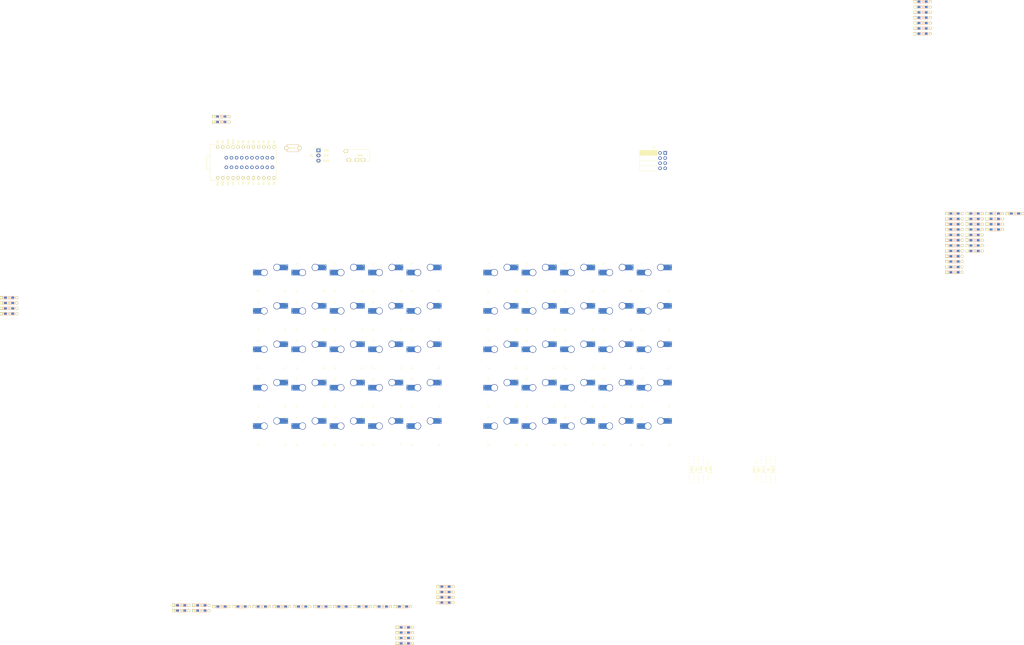
<source format=kicad_pcb>
(kicad_pcb (version 20171130) (host pcbnew "(5.1.5-0-10_14)")
  (layers (0 F.Cu signal) (31 B.Cu signal) (34 B.Paste user) (35 F.Paste user) (36 B.SilkS user) (37 F.SilkS user) (38 B.Mask user) (39 F.Mask user) (44 Edge.Cuts user))
  (net 0 "")
  (net 1 pin6)
  (net 2 "Net-(D1-Pad1)")
  (net 3 pin1)
  (net 4 "Net-(D2-Pad2)")
  (net 5 pin2)
  (net 6 "Net-(D3-Pad2)")
  (net 7 pin3)
  (net 8 "Net-(D4-Pad2)")
  (net 9 pin4)
  (net 10 "Net-(D5-Pad2)")
  (net 11 pin5)
  (net 12 "Net-(D6-Pad2)")
  (net 13 "Net-(D7-Pad1)")
  (net 14 pin7)
  (net 15 "Net-(D8-Pad2)")
  (net 16 "Net-(D9-Pad2)")
  (net 17 "Net-(D10-Pad2)")
  (net 18 "Net-(D11-Pad2)")
  (net 19 "Net-(D12-Pad2)")
  (net 20 "Net-(D13-Pad1)")
  (net 21 pin8)
  (net 22 "Net-(D14-Pad2)")
  (net 23 "Net-(D15-Pad2)")
  (net 24 "Net-(D16-Pad2)")
  (net 25 "Net-(D17-Pad2)")
  (net 26 "Net-(D18-Pad2)")
  (net 27 pin9)
  (net 28 "Net-(D19-Pad1)")
  (net 29 "Net-(D20-Pad2)")
  (net 30 "Net-(D21-Pad2)")
  (net 31 "Net-(D22-Pad2)")
  (net 32 "Net-(D23-Pad2)")
  (net 33 "Net-(D24-Pad2)")
  (net 34 "Net-(D25-Pad1)")
  (net 35 pin10)
  (net 36 "Net-(D26-Pad2)")
  (net 37 "Net-(D27-Pad2)")
  (net 38 "Net-(D28-Pad2)")
  (net 39 "Net-(D29-Pad2)")
  (net 40 "Net-(D30-Pad2)")
  (net 41 "Net-(D31-Pad1)")
  (net 42 "Net-(D32-Pad2)")
  (net 43 "Net-(D33-Pad2)")
  (net 44 "Net-(D34-Pad2)")
  (net 45 "Net-(D35-Pad2)")
  (net 46 "Net-(D36-Pad2)")
  (net 47 "Net-(D37-Pad1)")
  (net 48 "Net-(D38-Pad2)")
  (net 49 "Net-(D39-Pad2)")
  (net 50 "Net-(D40-Pad2)")
  (net 51 "Net-(D41-Pad2)")
  (net 52 "Net-(D42-Pad2)")
  (net 53 "Net-(D43-Pad1)")
  (net 54 "Net-(D44-Pad2)")
  (net 55 "Net-(D45-Pad2)")
  (net 56 "Net-(D46-Pad2)")
  (net 57 "Net-(D47-Pad2)")
  (net 58 "Net-(D48-Pad2)")
  (net 59 "Net-(D49-Pad1)")
  (net 60 "Net-(D50-Pad2)")
  (net 61 "Net-(D51-Pad2)")
  (net 62 "Net-(D52-Pad2)")
  (net 63 "Net-(D53-Pad2)")
  (net 64 "Net-(D54-Pad2)")
  (net 65 "Net-(D55-Pad1)")
  (net 66 "Net-(D56-Pad2)")
  (net 67 "Net-(D57-Pad2)")
  (net 68 "Net-(D58-Pad2)")
  (net 69 "Net-(D59-Pad2)")
  (net 70 "Net-(D60-Pad2)")
  (net 71 d4)
  (net 72 scl-d0)
  (net 73 sda-d1)
  (net 74 data)
  (net 75 led)
  (net 76 f6)
  (net 77 f5)
  (net 78 f4)
  (net 79 GND1)
  (net 80 VCC)
  (net 81 "Net-(J3-PadA)")
  (net 82 "Net-(J4-Pad6)")
  (net 83 "Net-(J4-Pad7)")
  (net 84 "Net-(J4-Pad8)")
  (net 85 reset)
  (net 86 "Net-(U1-Pad24)")
  (module SMK_SU120:CherryMX_MidHeight_Choc_Hotswap_2.25U_Outline (layer F.Cu) (at 309.5625 176.2125)
    (fp_text reference "" hide)
    (fp_text value "" hide)
    (fp_text user 2.25U (at -20.240625 0 90 unlocked) (layer F.SilkS) (effects (font (size 0.8 0.8))))
    (fp_text user 2U (at -17.859375 0 90 unlocked) (layer F.SilkS) (effects (font (size 0.8 0.8))))
    (fp_text user 1.75U (at -15.478125 0 90 unlocked) (layer F.SilkS) (effects (font (size 0.8 0.8))))
    (fp_text user 1.5U (at -13.096875 0 90 unlocked) (layer F.SilkS) (effects (font (size 0.8 0.8))))
    (fp_text user 1.25U (at -10.715625 0 90 unlocked) (layer F.SilkS) (effects (font (size 0.8 0.8))))
    (fp_text user 2.25U (at 20.240625 0 -90 unlocked) (layer F.SilkS) (effects (font (size 0.8 0.8))))
    (fp_text user 2U (at 17.859375 0 -90 unlocked) (layer F.SilkS) (effects (font (size 0.8 0.8))))
    (fp_text user 1.5U (at 13.096875 0 -90 unlocked) (layer F.SilkS) (effects (font (size 0.8 0.8))))
    (fp_text user 1.75U (at 15.478125 0 -90 unlocked) (layer F.SilkS) (effects (font (size 0.8 0.8))))
    (fp_text user 1.25U (at 10.715625 0 -90 unlocked) (layer F.SilkS) (effects (font (size 0.8 0.8))))
    (pad "" np_thru_hole circle (at 11.938 8.255) (size 3.9878 3.9878) (drill 3.9878) (layers *.Cu *.Mask))
    (pad "" np_thru_hole circle (at -11.938 8.255) (size 3.9878 3.9878) (drill 3.9878) (layers *.Cu *.Mask))
    (pad "" np_thru_hole circle (at 11.938 -6.985) (size 3.048 3.048) (drill 3.048) (layers *.Cu *.Mask))
    (pad "" np_thru_hole circle (at -11.938 -6.985) (size 3.048 3.048) (drill 3.048) (layers *.Cu *.Mask))
  )
  (module SMK_SU120:D3_TH_SMD (layer F.Cu) (at -49.4315 93.555001)
    (fp_text reference D1 hide)
    (fp_text value D hide)
    (pad 2 smd rect (at 1.775 0) (size 1.3 0.95) (layers F.Cu F.Paste F.Mask) (net 1 pin6))
    (pad 2 thru_hole circle (at 3.81 0) (size 1.397 1.397) (drill 0.8128) (layers *.Cu *.Mask F.SilkS) (net 1 pin6))
    (pad 1 thru_hole rect (at -3.81 0) (size 1.397 1.397) (drill 0.8128) (layers *.Cu *.Mask F.SilkS) (net 2 "Net-(D1-Pad1)"))
    (pad 1 smd rect (at -1.775 0) (size 1.3 0.95) (layers B.Cu B.Paste B.Mask) (net 2 "Net-(D1-Pad1)"))
    (pad 2 smd rect (at 1.775 0) (size 1.3 0.95) (layers B.Cu B.Paste B.Mask) (net 1 pin6))
    (pad 1 smd rect (at -1.775 0) (size 1.3 0.95) (layers F.Cu F.Paste F.Mask) (net 2 "Net-(D1-Pad1)"))
  )
  (module SMK_SU120:D3_TH_SMD (layer F.Cu) (at 429.8285 51.785001)
    (fp_text reference D2 hide)
    (fp_text value D hide)
    (pad 1 smd rect (at -1.775 0) (size 1.3 0.95) (layers F.Cu F.Paste F.Mask) (net 3 pin1))
    (pad 2 smd rect (at 1.775 0) (size 1.3 0.95) (layers B.Cu B.Paste B.Mask) (net 4 "Net-(D2-Pad2)"))
    (pad 1 smd rect (at -1.775 0) (size 1.3 0.95) (layers B.Cu B.Paste B.Mask) (net 3 pin1))
    (pad 1 thru_hole rect (at -3.81 0) (size 1.397 1.397) (drill 0.8128) (layers *.Cu *.Mask F.SilkS) (net 3 pin1))
    (pad 2 thru_hole circle (at 3.81 0) (size 1.397 1.397) (drill 0.8128) (layers *.Cu *.Mask F.SilkS) (net 4 "Net-(D2-Pad2)"))
    (pad 2 smd rect (at 1.775 0) (size 1.3 0.95) (layers F.Cu F.Paste F.Mask) (net 4 "Net-(D2-Pad2)"))
  )
  (module SMK_SU120:D3_TH_SMD (layer F.Cu) (at 449.8485 49.135001)
    (fp_text reference D3 hide)
    (fp_text value D hide)
    (pad 1 smd rect (at -1.775 0) (size 1.3 0.95) (layers F.Cu F.Paste F.Mask) (net 5 pin2))
    (pad 2 smd rect (at 1.775 0) (size 1.3 0.95) (layers B.Cu B.Paste B.Mask) (net 6 "Net-(D3-Pad2)"))
    (pad 1 smd rect (at -1.775 0) (size 1.3 0.95) (layers B.Cu B.Paste B.Mask) (net 5 pin2))
    (pad 1 thru_hole rect (at -3.81 0) (size 1.397 1.397) (drill 0.8128) (layers *.Cu *.Mask F.SilkS) (net 5 pin2))
    (pad 2 thru_hole circle (at 3.81 0) (size 1.397 1.397) (drill 0.8128) (layers *.Cu *.Mask F.SilkS) (net 6 "Net-(D3-Pad2)"))
    (pad 2 smd rect (at 1.775 0) (size 1.3 0.95) (layers F.Cu F.Paste F.Mask) (net 6 "Net-(D3-Pad2)"))
  )
  (module SMK_SU120:D3_TH_SMD (layer F.Cu) (at 419.8185 78.285001)
    (fp_text reference D4 hide)
    (fp_text value D hide)
    (pad 1 smd rect (at -1.775 0) (size 1.3 0.95) (layers F.Cu F.Paste F.Mask) (net 7 pin3))
    (pad 2 smd rect (at 1.775 0) (size 1.3 0.95) (layers B.Cu B.Paste B.Mask) (net 8 "Net-(D4-Pad2)"))
    (pad 1 smd rect (at -1.775 0) (size 1.3 0.95) (layers B.Cu B.Paste B.Mask) (net 7 pin3))
    (pad 1 thru_hole rect (at -3.81 0) (size 1.397 1.397) (drill 0.8128) (layers *.Cu *.Mask F.SilkS) (net 7 pin3))
    (pad 2 thru_hole circle (at 3.81 0) (size 1.397 1.397) (drill 0.8128) (layers *.Cu *.Mask F.SilkS) (net 8 "Net-(D4-Pad2)"))
    (pad 2 smd rect (at 1.775 0) (size 1.3 0.95) (layers F.Cu F.Paste F.Mask) (net 8 "Net-(D4-Pad2)"))
  )
  (module SMK_SU120:D3_TH_SMD (layer F.Cu) (at 146.0785 244.235001)
    (fp_text reference D5 hide)
    (fp_text value D hide)
    (pad 1 smd rect (at -1.775 0) (size 1.3 0.95) (layers F.Cu F.Paste F.Mask) (net 9 pin4))
    (pad 2 smd rect (at 1.775 0) (size 1.3 0.95) (layers B.Cu B.Paste B.Mask) (net 10 "Net-(D5-Pad2)"))
    (pad 1 smd rect (at -1.775 0) (size 1.3 0.95) (layers B.Cu B.Paste B.Mask) (net 9 pin4))
    (pad 1 thru_hole rect (at -3.81 0) (size 1.397 1.397) (drill 0.8128) (layers *.Cu *.Mask F.SilkS) (net 9 pin4))
    (pad 2 thru_hole circle (at 3.81 0) (size 1.397 1.397) (drill 0.8128) (layers *.Cu *.Mask F.SilkS) (net 10 "Net-(D5-Pad2)"))
    (pad 2 smd rect (at 1.775 0) (size 1.3 0.95) (layers F.Cu F.Paste F.Mask) (net 10 "Net-(D5-Pad2)"))
  )
  (module SMK_SU120:D3_TH_SMD (layer F.Cu) (at 147.0085 262.465001)
    (fp_text reference D6 hide)
    (fp_text value D hide)
    (pad 1 smd rect (at -1.775 0) (size 1.3 0.95) (layers F.Cu F.Paste F.Mask) (net 11 pin5))
    (pad 2 smd rect (at 1.775 0) (size 1.3 0.95) (layers B.Cu B.Paste B.Mask) (net 12 "Net-(D6-Pad2)"))
    (pad 1 smd rect (at -1.775 0) (size 1.3 0.95) (layers B.Cu B.Paste B.Mask) (net 11 pin5))
    (pad 1 thru_hole rect (at -3.81 0) (size 1.397 1.397) (drill 0.8128) (layers *.Cu *.Mask F.SilkS) (net 11 pin5))
    (pad 2 thru_hole circle (at 3.81 0) (size 1.397 1.397) (drill 0.8128) (layers *.Cu *.Mask F.SilkS) (net 12 "Net-(D6-Pad2)"))
    (pad 2 smd rect (at 1.775 0) (size 1.3 0.95) (layers F.Cu F.Paste F.Mask) (net 12 "Net-(D6-Pad2)"))
  )
  (module SMK_SU120:D3_TH_SMD (layer F.Cu) (at 167.2085 242.265001)
    (fp_text reference D7 hide)
    (fp_text value D hide)
    (pad 1 smd rect (at -1.775 0) (size 1.3 0.95) (layers F.Cu F.Paste F.Mask) (net 13 "Net-(D7-Pad1)"))
    (pad 2 smd rect (at 1.775 0) (size 1.3 0.95) (layers B.Cu B.Paste B.Mask) (net 14 pin7))
    (pad 1 smd rect (at -1.775 0) (size 1.3 0.95) (layers B.Cu B.Paste B.Mask) (net 13 "Net-(D7-Pad1)"))
    (pad 1 thru_hole rect (at -3.81 0) (size 1.397 1.397) (drill 0.8128) (layers *.Cu *.Mask F.SilkS) (net 13 "Net-(D7-Pad1)"))
    (pad 2 thru_hole circle (at 3.81 0) (size 1.397 1.397) (drill 0.8128) (layers *.Cu *.Mask F.SilkS) (net 14 pin7))
    (pad 2 smd rect (at 1.775 0) (size 1.3 0.95) (layers F.Cu F.Paste F.Mask) (net 14 pin7))
  )
  (module SMK_SU120:D3_TH_SMD (layer F.Cu) (at 429.8285 67.685001)
    (fp_text reference D8 hide)
    (fp_text value D hide)
    (pad 1 smd rect (at -1.775 0) (size 1.3 0.95) (layers F.Cu F.Paste F.Mask) (net 3 pin1))
    (pad 2 smd rect (at 1.775 0) (size 1.3 0.95) (layers B.Cu B.Paste B.Mask) (net 15 "Net-(D8-Pad2)"))
    (pad 1 smd rect (at -1.775 0) (size 1.3 0.95) (layers B.Cu B.Paste B.Mask) (net 3 pin1))
    (pad 1 thru_hole rect (at -3.81 0) (size 1.397 1.397) (drill 0.8128) (layers *.Cu *.Mask F.SilkS) (net 3 pin1))
    (pad 2 thru_hole circle (at 3.81 0) (size 1.397 1.397) (drill 0.8128) (layers *.Cu *.Mask F.SilkS) (net 15 "Net-(D8-Pad2)"))
    (pad 2 smd rect (at 1.775 0) (size 1.3 0.95) (layers F.Cu F.Paste F.Mask) (net 15 "Net-(D8-Pad2)"))
  )
  (module SMK_SU120:D3_TH_SMD (layer F.Cu) (at 429.8285 65.035001)
    (fp_text reference D9 hide)
    (fp_text value D hide)
    (pad 1 smd rect (at -1.775 0) (size 1.3 0.95) (layers F.Cu F.Paste F.Mask) (net 5 pin2))
    (pad 2 smd rect (at 1.775 0) (size 1.3 0.95) (layers B.Cu B.Paste B.Mask) (net 16 "Net-(D9-Pad2)"))
    (pad 1 smd rect (at -1.775 0) (size 1.3 0.95) (layers B.Cu B.Paste B.Mask) (net 5 pin2))
    (pad 1 thru_hole rect (at -3.81 0) (size 1.397 1.397) (drill 0.8128) (layers *.Cu *.Mask F.SilkS) (net 5 pin2))
    (pad 2 thru_hole circle (at 3.81 0) (size 1.397 1.397) (drill 0.8128) (layers *.Cu *.Mask F.SilkS) (net 16 "Net-(D9-Pad2)"))
    (pad 2 smd rect (at 1.775 0) (size 1.3 0.95) (layers F.Cu F.Paste F.Mask) (net 16 "Net-(D9-Pad2)"))
  )
  (module SMK_SU120:D3_TH_SMD (layer F.Cu) (at 419.8185 75.635001)
    (fp_text reference D10 hide)
    (fp_text value D hide)
    (pad 1 smd rect (at -1.775 0) (size 1.3 0.95) (layers F.Cu F.Paste F.Mask) (net 7 pin3))
    (pad 2 smd rect (at 1.775 0) (size 1.3 0.95) (layers B.Cu B.Paste B.Mask) (net 17 "Net-(D10-Pad2)"))
    (pad 1 smd rect (at -1.775 0) (size 1.3 0.95) (layers B.Cu B.Paste B.Mask) (net 7 pin3))
    (pad 1 thru_hole rect (at -3.81 0) (size 1.397 1.397) (drill 0.8128) (layers *.Cu *.Mask F.SilkS) (net 7 pin3))
    (pad 2 thru_hole circle (at 3.81 0) (size 1.397 1.397) (drill 0.8128) (layers *.Cu *.Mask F.SilkS) (net 17 "Net-(D10-Pad2)"))
    (pad 2 smd rect (at 1.775 0) (size 1.3 0.95) (layers F.Cu F.Paste F.Mask) (net 17 "Net-(D10-Pad2)"))
  )
  (module SMK_SU120:D3_TH_SMD (layer F.Cu) (at 167.2085 239.615001)
    (fp_text reference D11 hide)
    (fp_text value D hide)
    (pad 1 smd rect (at -1.775 0) (size 1.3 0.95) (layers F.Cu F.Paste F.Mask) (net 9 pin4))
    (pad 2 smd rect (at 1.775 0) (size 1.3 0.95) (layers B.Cu B.Paste B.Mask) (net 18 "Net-(D11-Pad2)"))
    (pad 1 smd rect (at -1.775 0) (size 1.3 0.95) (layers B.Cu B.Paste B.Mask) (net 9 pin4))
    (pad 1 thru_hole rect (at -3.81 0) (size 1.397 1.397) (drill 0.8128) (layers *.Cu *.Mask F.SilkS) (net 9 pin4))
    (pad 2 thru_hole circle (at 3.81 0) (size 1.397 1.397) (drill 0.8128) (layers *.Cu *.Mask F.SilkS) (net 18 "Net-(D11-Pad2)"))
    (pad 2 smd rect (at 1.775 0) (size 1.3 0.95) (layers F.Cu F.Paste F.Mask) (net 18 "Net-(D11-Pad2)"))
  )
  (module SMK_SU120:D3_TH_SMD (layer F.Cu) (at 147.0085 259.815001)
    (fp_text reference D12 hide)
    (fp_text value D hide)
    (pad 1 smd rect (at -1.775 0) (size 1.3 0.95) (layers F.Cu F.Paste F.Mask) (net 11 pin5))
    (pad 2 smd rect (at 1.775 0) (size 1.3 0.95) (layers B.Cu B.Paste B.Mask) (net 19 "Net-(D12-Pad2)"))
    (pad 1 smd rect (at -1.775 0) (size 1.3 0.95) (layers B.Cu B.Paste B.Mask) (net 11 pin5))
    (pad 1 thru_hole rect (at -3.81 0) (size 1.397 1.397) (drill 0.8128) (layers *.Cu *.Mask F.SilkS) (net 11 pin5))
    (pad 2 thru_hole circle (at 3.81 0) (size 1.397 1.397) (drill 0.8128) (layers *.Cu *.Mask F.SilkS) (net 19 "Net-(D12-Pad2)"))
    (pad 2 smd rect (at 1.775 0) (size 1.3 0.95) (layers F.Cu F.Paste F.Mask) (net 19 "Net-(D12-Pad2)"))
  )
  (module SMK_SU120:D3_TH_SMD (layer F.Cu) (at 439.8385 57.085001)
    (fp_text reference D13 hide)
    (fp_text value D hide)
    (pad 1 smd rect (at -1.775 0) (size 1.3 0.95) (layers F.Cu F.Paste F.Mask) (net 20 "Net-(D13-Pad1)"))
    (pad 2 smd rect (at 1.775 0) (size 1.3 0.95) (layers B.Cu B.Paste B.Mask) (net 21 pin8))
    (pad 1 smd rect (at -1.775 0) (size 1.3 0.95) (layers B.Cu B.Paste B.Mask) (net 20 "Net-(D13-Pad1)"))
    (pad 1 thru_hole rect (at -3.81 0) (size 1.397 1.397) (drill 0.8128) (layers *.Cu *.Mask F.SilkS) (net 20 "Net-(D13-Pad1)"))
    (pad 2 thru_hole circle (at 3.81 0) (size 1.397 1.397) (drill 0.8128) (layers *.Cu *.Mask F.SilkS) (net 21 pin8))
    (pad 2 smd rect (at 1.775 0) (size 1.3 0.95) (layers F.Cu F.Paste F.Mask) (net 21 pin8))
  )
  (module SMK_SU120:D3_TH_SMD (layer F.Cu) (at 147.0085 257.165001)
    (fp_text reference D14 hide)
    (fp_text value D hide)
    (pad 1 smd rect (at -1.775 0) (size 1.3 0.95) (layers F.Cu F.Paste F.Mask) (net 3 pin1))
    (pad 2 smd rect (at 1.775 0) (size 1.3 0.95) (layers B.Cu B.Paste B.Mask) (net 22 "Net-(D14-Pad2)"))
    (pad 1 smd rect (at -1.775 0) (size 1.3 0.95) (layers B.Cu B.Paste B.Mask) (net 3 pin1))
    (pad 1 thru_hole rect (at -3.81 0) (size 1.397 1.397) (drill 0.8128) (layers *.Cu *.Mask F.SilkS) (net 3 pin1))
    (pad 2 thru_hole circle (at 3.81 0) (size 1.397 1.397) (drill 0.8128) (layers *.Cu *.Mask F.SilkS) (net 22 "Net-(D14-Pad2)"))
    (pad 2 smd rect (at 1.775 0) (size 1.3 0.95) (layers F.Cu F.Paste F.Mask) (net 22 "Net-(D14-Pad2)"))
  )
  (module SMK_SU120:D3_TH_SMD (layer F.Cu) (at 167.2085 236.965001)
    (fp_text reference D15 hide)
    (fp_text value D hide)
    (pad 1 smd rect (at -1.775 0) (size 1.3 0.95) (layers F.Cu F.Paste F.Mask) (net 5 pin2))
    (pad 2 smd rect (at 1.775 0) (size 1.3 0.95) (layers B.Cu B.Paste B.Mask) (net 23 "Net-(D15-Pad2)"))
    (pad 1 smd rect (at -1.775 0) (size 1.3 0.95) (layers B.Cu B.Paste B.Mask) (net 5 pin2))
    (pad 1 thru_hole rect (at -3.81 0) (size 1.397 1.397) (drill 0.8128) (layers *.Cu *.Mask F.SilkS) (net 5 pin2))
    (pad 2 thru_hole circle (at 3.81 0) (size 1.397 1.397) (drill 0.8128) (layers *.Cu *.Mask F.SilkS) (net 23 "Net-(D15-Pad2)"))
    (pad 2 smd rect (at 1.775 0) (size 1.3 0.95) (layers F.Cu F.Paste F.Mask) (net 23 "Net-(D15-Pad2)"))
  )
  (module SMK_SU120:D3_TH_SMD (layer F.Cu) (at 419.8185 72.985001)
    (fp_text reference D16 hide)
    (fp_text value D hide)
    (pad 1 smd rect (at -1.775 0) (size 1.3 0.95) (layers F.Cu F.Paste F.Mask) (net 7 pin3))
    (pad 2 smd rect (at 1.775 0) (size 1.3 0.95) (layers B.Cu B.Paste B.Mask) (net 24 "Net-(D16-Pad2)"))
    (pad 1 smd rect (at -1.775 0) (size 1.3 0.95) (layers B.Cu B.Paste B.Mask) (net 7 pin3))
    (pad 1 thru_hole rect (at -3.81 0) (size 1.397 1.397) (drill 0.8128) (layers *.Cu *.Mask F.SilkS) (net 7 pin3))
    (pad 2 thru_hole circle (at 3.81 0) (size 1.397 1.397) (drill 0.8128) (layers *.Cu *.Mask F.SilkS) (net 24 "Net-(D16-Pad2)"))
    (pad 2 smd rect (at 1.775 0) (size 1.3 0.95) (layers F.Cu F.Paste F.Mask) (net 24 "Net-(D16-Pad2)"))
  )
  (module SMK_SU120:D3_TH_SMD (layer F.Cu) (at 429.8285 62.385001)
    (fp_text reference D17 hide)
    (fp_text value D hide)
    (pad 1 smd rect (at -1.775 0) (size 1.3 0.95) (layers F.Cu F.Paste F.Mask) (net 9 pin4))
    (pad 2 smd rect (at 1.775 0) (size 1.3 0.95) (layers B.Cu B.Paste B.Mask) (net 25 "Net-(D17-Pad2)"))
    (pad 1 smd rect (at -1.775 0) (size 1.3 0.95) (layers B.Cu B.Paste B.Mask) (net 9 pin4))
    (pad 1 thru_hole rect (at -3.81 0) (size 1.397 1.397) (drill 0.8128) (layers *.Cu *.Mask F.SilkS) (net 9 pin4))
    (pad 2 thru_hole circle (at 3.81 0) (size 1.397 1.397) (drill 0.8128) (layers *.Cu *.Mask F.SilkS) (net 25 "Net-(D17-Pad2)"))
    (pad 2 smd rect (at 1.775 0) (size 1.3 0.95) (layers F.Cu F.Paste F.Mask) (net 25 "Net-(D17-Pad2)"))
  )
  (module SMK_SU120:D3_TH_SMD (layer F.Cu) (at 439.8385 54.435001)
    (fp_text reference D18 hide)
    (fp_text value D hide)
    (pad 1 smd rect (at -1.775 0) (size 1.3 0.95) (layers F.Cu F.Paste F.Mask) (net 11 pin5))
    (pad 2 smd rect (at 1.775 0) (size 1.3 0.95) (layers B.Cu B.Paste B.Mask) (net 26 "Net-(D18-Pad2)"))
    (pad 1 smd rect (at -1.775 0) (size 1.3 0.95) (layers B.Cu B.Paste B.Mask) (net 11 pin5))
    (pad 1 thru_hole rect (at -3.81 0) (size 1.397 1.397) (drill 0.8128) (layers *.Cu *.Mask F.SilkS) (net 11 pin5))
    (pad 2 thru_hole circle (at 3.81 0) (size 1.397 1.397) (drill 0.8128) (layers *.Cu *.Mask F.SilkS) (net 26 "Net-(D18-Pad2)"))
    (pad 2 smd rect (at 1.775 0) (size 1.3 0.95) (layers F.Cu F.Paste F.Mask) (net 26 "Net-(D18-Pad2)"))
  )
  (module SMK_SU120:D3_TH_SMD (layer F.Cu) (at 429.8285 59.735001)
    (fp_text reference D19 hide)
    (fp_text value D hide)
    (pad 2 smd rect (at 1.775 0) (size 1.3 0.95) (layers F.Cu F.Paste F.Mask) (net 27 pin9))
    (pad 2 thru_hole circle (at 3.81 0) (size 1.397 1.397) (drill 0.8128) (layers *.Cu *.Mask F.SilkS) (net 27 pin9))
    (pad 1 thru_hole rect (at -3.81 0) (size 1.397 1.397) (drill 0.8128) (layers *.Cu *.Mask F.SilkS) (net 28 "Net-(D19-Pad1)"))
    (pad 1 smd rect (at -1.775 0) (size 1.3 0.95) (layers B.Cu B.Paste B.Mask) (net 28 "Net-(D19-Pad1)"))
    (pad 2 smd rect (at 1.775 0) (size 1.3 0.95) (layers B.Cu B.Paste B.Mask) (net 27 pin9))
    (pad 1 smd rect (at -1.775 0) (size 1.3 0.95) (layers F.Cu F.Paste F.Mask) (net 28 "Net-(D19-Pad1)"))
  )
  (module SMK_SU120:D3_TH_SMD (layer F.Cu) (at 419.8185 70.335001)
    (fp_text reference D20 hide)
    (fp_text value D hide)
    (pad 1 smd rect (at -1.775 0) (size 1.3 0.95) (layers F.Cu F.Paste F.Mask) (net 3 pin1))
    (pad 2 smd rect (at 1.775 0) (size 1.3 0.95) (layers B.Cu B.Paste B.Mask) (net 29 "Net-(D20-Pad2)"))
    (pad 1 smd rect (at -1.775 0) (size 1.3 0.95) (layers B.Cu B.Paste B.Mask) (net 3 pin1))
    (pad 1 thru_hole rect (at -3.81 0) (size 1.397 1.397) (drill 0.8128) (layers *.Cu *.Mask F.SilkS) (net 3 pin1))
    (pad 2 thru_hole circle (at 3.81 0) (size 1.397 1.397) (drill 0.8128) (layers *.Cu *.Mask F.SilkS) (net 29 "Net-(D20-Pad2)"))
    (pad 2 smd rect (at 1.775 0) (size 1.3 0.95) (layers F.Cu F.Paste F.Mask) (net 29 "Net-(D20-Pad2)"))
  )
  (module SMK_SU120:D3_TH_SMD (layer F.Cu) (at 439.8385 51.785001)
    (fp_text reference D21 hide)
    (fp_text value D hide)
    (pad 1 smd rect (at -1.775 0) (size 1.3 0.95) (layers F.Cu F.Paste F.Mask) (net 5 pin2))
    (pad 2 smd rect (at 1.775 0) (size 1.3 0.95) (layers B.Cu B.Paste B.Mask) (net 30 "Net-(D21-Pad2)"))
    (pad 1 smd rect (at -1.775 0) (size 1.3 0.95) (layers B.Cu B.Paste B.Mask) (net 5 pin2))
    (pad 1 thru_hole rect (at -3.81 0) (size 1.397 1.397) (drill 0.8128) (layers *.Cu *.Mask F.SilkS) (net 5 pin2))
    (pad 2 thru_hole circle (at 3.81 0) (size 1.397 1.397) (drill 0.8128) (layers *.Cu *.Mask F.SilkS) (net 30 "Net-(D21-Pad2)"))
    (pad 2 smd rect (at 1.775 0) (size 1.3 0.95) (layers F.Cu F.Paste F.Mask) (net 30 "Net-(D21-Pad2)"))
  )
  (module SMK_SU120:D3_TH_SMD (layer F.Cu) (at 167.2085 234.315001)
    (fp_text reference D22 hide)
    (fp_text value D hide)
    (pad 1 smd rect (at -1.775 0) (size 1.3 0.95) (layers F.Cu F.Paste F.Mask) (net 7 pin3))
    (pad 2 smd rect (at 1.775 0) (size 1.3 0.95) (layers B.Cu B.Paste B.Mask) (net 31 "Net-(D22-Pad2)"))
    (pad 1 smd rect (at -1.775 0) (size 1.3 0.95) (layers B.Cu B.Paste B.Mask) (net 7 pin3))
    (pad 1 thru_hole rect (at -3.81 0) (size 1.397 1.397) (drill 0.8128) (layers *.Cu *.Mask F.SilkS) (net 7 pin3))
    (pad 2 thru_hole circle (at 3.81 0) (size 1.397 1.397) (drill 0.8128) (layers *.Cu *.Mask F.SilkS) (net 31 "Net-(D22-Pad2)"))
    (pad 2 smd rect (at 1.775 0) (size 1.3 0.95) (layers F.Cu F.Paste F.Mask) (net 31 "Net-(D22-Pad2)"))
  )
  (module SMK_SU120:D3_TH_SMD (layer F.Cu) (at 147.0085 254.515001)
    (fp_text reference D23 hide)
    (fp_text value D hide)
    (pad 1 smd rect (at -1.775 0) (size 1.3 0.95) (layers F.Cu F.Paste F.Mask) (net 9 pin4))
    (pad 2 smd rect (at 1.775 0) (size 1.3 0.95) (layers B.Cu B.Paste B.Mask) (net 32 "Net-(D23-Pad2)"))
    (pad 1 smd rect (at -1.775 0) (size 1.3 0.95) (layers B.Cu B.Paste B.Mask) (net 9 pin4))
    (pad 1 thru_hole rect (at -3.81 0) (size 1.397 1.397) (drill 0.8128) (layers *.Cu *.Mask F.SilkS) (net 9 pin4))
    (pad 2 thru_hole circle (at 3.81 0) (size 1.397 1.397) (drill 0.8128) (layers *.Cu *.Mask F.SilkS) (net 32 "Net-(D23-Pad2)"))
    (pad 2 smd rect (at 1.775 0) (size 1.3 0.95) (layers F.Cu F.Paste F.Mask) (net 32 "Net-(D23-Pad2)"))
  )
  (module SMK_SU120:D3_TH_SMD (layer F.Cu) (at 439.8385 49.135001)
    (fp_text reference D24 hide)
    (fp_text value D hide)
    (pad 1 smd rect (at -1.775 0) (size 1.3 0.95) (layers F.Cu F.Paste F.Mask) (net 11 pin5))
    (pad 2 smd rect (at 1.775 0) (size 1.3 0.95) (layers B.Cu B.Paste B.Mask) (net 33 "Net-(D24-Pad2)"))
    (pad 1 smd rect (at -1.775 0) (size 1.3 0.95) (layers B.Cu B.Paste B.Mask) (net 11 pin5))
    (pad 1 thru_hole rect (at -3.81 0) (size 1.397 1.397) (drill 0.8128) (layers *.Cu *.Mask F.SilkS) (net 11 pin5))
    (pad 2 thru_hole circle (at 3.81 0) (size 1.397 1.397) (drill 0.8128) (layers *.Cu *.Mask F.SilkS) (net 33 "Net-(D24-Pad2)"))
    (pad 2 smd rect (at 1.775 0) (size 1.3 0.95) (layers F.Cu F.Paste F.Mask) (net 33 "Net-(D24-Pad2)"))
  )
  (module SMK_SU120:D3_TH_SMD (layer F.Cu) (at 136.0685 244.235001)
    (fp_text reference D25 hide)
    (fp_text value D hide)
    (pad 1 smd rect (at -1.775 0) (size 1.3 0.95) (layers F.Cu F.Paste F.Mask) (net 34 "Net-(D25-Pad1)"))
    (pad 2 smd rect (at 1.775 0) (size 1.3 0.95) (layers B.Cu B.Paste B.Mask) (net 35 pin10))
    (pad 1 smd rect (at -1.775 0) (size 1.3 0.95) (layers B.Cu B.Paste B.Mask) (net 34 "Net-(D25-Pad1)"))
    (pad 1 thru_hole rect (at -3.81 0) (size 1.397 1.397) (drill 0.8128) (layers *.Cu *.Mask F.SilkS) (net 34 "Net-(D25-Pad1)"))
    (pad 2 thru_hole circle (at 3.81 0) (size 1.397 1.397) (drill 0.8128) (layers *.Cu *.Mask F.SilkS) (net 35 pin10))
    (pad 2 smd rect (at 1.775 0) (size 1.3 0.95) (layers F.Cu F.Paste F.Mask) (net 35 pin10))
  )
  (module SMK_SU120:D3_TH_SMD (layer F.Cu) (at 419.8185 67.685001)
    (fp_text reference D26 hide)
    (fp_text value D hide)
    (pad 1 smd rect (at -1.775 0) (size 1.3 0.95) (layers F.Cu F.Paste F.Mask) (net 3 pin1))
    (pad 2 smd rect (at 1.775 0) (size 1.3 0.95) (layers B.Cu B.Paste B.Mask) (net 36 "Net-(D26-Pad2)"))
    (pad 1 smd rect (at -1.775 0) (size 1.3 0.95) (layers B.Cu B.Paste B.Mask) (net 3 pin1))
    (pad 1 thru_hole rect (at -3.81 0) (size 1.397 1.397) (drill 0.8128) (layers *.Cu *.Mask F.SilkS) (net 3 pin1))
    (pad 2 thru_hole circle (at 3.81 0) (size 1.397 1.397) (drill 0.8128) (layers *.Cu *.Mask F.SilkS) (net 36 "Net-(D26-Pad2)"))
    (pad 2 smd rect (at 1.775 0) (size 1.3 0.95) (layers F.Cu F.Paste F.Mask) (net 36 "Net-(D26-Pad2)"))
  )
  (module SMK_SU120:D3_TH_SMD (layer F.Cu) (at 419.8185 65.035001)
    (fp_text reference D27 hide)
    (fp_text value D hide)
    (pad 1 smd rect (at -1.775 0) (size 1.3 0.95) (layers F.Cu F.Paste F.Mask) (net 5 pin2))
    (pad 2 smd rect (at 1.775 0) (size 1.3 0.95) (layers B.Cu B.Paste B.Mask) (net 37 "Net-(D27-Pad2)"))
    (pad 1 smd rect (at -1.775 0) (size 1.3 0.95) (layers B.Cu B.Paste B.Mask) (net 5 pin2))
    (pad 1 thru_hole rect (at -3.81 0) (size 1.397 1.397) (drill 0.8128) (layers *.Cu *.Mask F.SilkS) (net 5 pin2))
    (pad 2 thru_hole circle (at 3.81 0) (size 1.397 1.397) (drill 0.8128) (layers *.Cu *.Mask F.SilkS) (net 37 "Net-(D27-Pad2)"))
    (pad 2 smd rect (at 1.775 0) (size 1.3 0.95) (layers F.Cu F.Paste F.Mask) (net 37 "Net-(D27-Pad2)"))
  )
  (module SMK_SU120:D3_TH_SMD (layer F.Cu) (at 419.8185 62.385001)
    (fp_text reference D28 hide)
    (fp_text value D hide)
    (pad 1 smd rect (at -1.775 0) (size 1.3 0.95) (layers F.Cu F.Paste F.Mask) (net 7 pin3))
    (pad 2 smd rect (at 1.775 0) (size 1.3 0.95) (layers B.Cu B.Paste B.Mask) (net 38 "Net-(D28-Pad2)"))
    (pad 1 smd rect (at -1.775 0) (size 1.3 0.95) (layers B.Cu B.Paste B.Mask) (net 7 pin3))
    (pad 1 thru_hole rect (at -3.81 0) (size 1.397 1.397) (drill 0.8128) (layers *.Cu *.Mask F.SilkS) (net 7 pin3))
    (pad 2 thru_hole circle (at 3.81 0) (size 1.397 1.397) (drill 0.8128) (layers *.Cu *.Mask F.SilkS) (net 38 "Net-(D28-Pad2)"))
    (pad 2 smd rect (at 1.775 0) (size 1.3 0.95) (layers F.Cu F.Paste F.Mask) (net 38 "Net-(D28-Pad2)"))
  )
  (module SMK_SU120:D3_TH_SMD (layer F.Cu) (at 419.8185 59.735001)
    (fp_text reference D29 hide)
    (fp_text value D hide)
    (pad 1 smd rect (at -1.775 0) (size 1.3 0.95) (layers F.Cu F.Paste F.Mask) (net 9 pin4))
    (pad 2 smd rect (at 1.775 0) (size 1.3 0.95) (layers B.Cu B.Paste B.Mask) (net 39 "Net-(D29-Pad2)"))
    (pad 1 smd rect (at -1.775 0) (size 1.3 0.95) (layers B.Cu B.Paste B.Mask) (net 9 pin4))
    (pad 1 thru_hole rect (at -3.81 0) (size 1.397 1.397) (drill 0.8128) (layers *.Cu *.Mask F.SilkS) (net 9 pin4))
    (pad 2 thru_hole circle (at 3.81 0) (size 1.397 1.397) (drill 0.8128) (layers *.Cu *.Mask F.SilkS) (net 39 "Net-(D29-Pad2)"))
    (pad 2 smd rect (at 1.775 0) (size 1.3 0.95) (layers F.Cu F.Paste F.Mask) (net 39 "Net-(D29-Pad2)"))
  )
  (module SMK_SU120:D3_TH_SMD (layer F.Cu) (at 429.8285 57.085001)
    (fp_text reference D30 hide)
    (fp_text value D hide)
    (pad 1 smd rect (at -1.775 0) (size 1.3 0.95) (layers F.Cu F.Paste F.Mask) (net 11 pin5))
    (pad 2 smd rect (at 1.775 0) (size 1.3 0.95) (layers B.Cu B.Paste B.Mask) (net 40 "Net-(D30-Pad2)"))
    (pad 1 smd rect (at -1.775 0) (size 1.3 0.95) (layers B.Cu B.Paste B.Mask) (net 11 pin5))
    (pad 1 thru_hole rect (at -3.81 0) (size 1.397 1.397) (drill 0.8128) (layers *.Cu *.Mask F.SilkS) (net 11 pin5))
    (pad 2 thru_hole circle (at 3.81 0) (size 1.397 1.397) (drill 0.8128) (layers *.Cu *.Mask F.SilkS) (net 40 "Net-(D30-Pad2)"))
    (pad 2 smd rect (at 1.775 0) (size 1.3 0.95) (layers F.Cu F.Paste F.Mask) (net 40 "Net-(D30-Pad2)"))
  )
  (module SMK_SU120:D3_TH_SMD (layer F.Cu) (at 429.8285 54.435001)
    (fp_text reference D31 hide)
    (fp_text value D hide)
    (pad 2 smd rect (at 1.775 0) (size 1.3 0.95) (layers F.Cu F.Paste F.Mask) (net 3 pin1))
    (pad 2 thru_hole circle (at 3.81 0) (size 1.397 1.397) (drill 0.8128) (layers *.Cu *.Mask F.SilkS) (net 3 pin1))
    (pad 1 thru_hole rect (at -3.81 0) (size 1.397 1.397) (drill 0.8128) (layers *.Cu *.Mask F.SilkS) (net 41 "Net-(D31-Pad1)"))
    (pad 1 smd rect (at -1.775 0) (size 1.3 0.95) (layers B.Cu B.Paste B.Mask) (net 41 "Net-(D31-Pad1)"))
    (pad 2 smd rect (at 1.775 0) (size 1.3 0.95) (layers B.Cu B.Paste B.Mask) (net 3 pin1))
    (pad 1 smd rect (at -1.775 0) (size 1.3 0.95) (layers F.Cu F.Paste F.Mask) (net 41 "Net-(D31-Pad1)"))
  )
  (module SMK_SU120:D3_TH_SMD (layer F.Cu) (at 126.0585 244.235001)
    (fp_text reference D32 hide)
    (fp_text value D hide)
    (pad 2 smd rect (at 1.775 0) (size 1.3 0.95) (layers F.Cu F.Paste F.Mask) (net 42 "Net-(D32-Pad2)"))
    (pad 2 thru_hole circle (at 3.81 0) (size 1.397 1.397) (drill 0.8128) (layers *.Cu *.Mask F.SilkS) (net 42 "Net-(D32-Pad2)"))
    (pad 1 thru_hole rect (at -3.81 0) (size 1.397 1.397) (drill 0.8128) (layers *.Cu *.Mask F.SilkS) (net 1 pin6))
    (pad 1 smd rect (at -1.775 0) (size 1.3 0.95) (layers B.Cu B.Paste B.Mask) (net 1 pin6))
    (pad 2 smd rect (at 1.775 0) (size 1.3 0.95) (layers B.Cu B.Paste B.Mask) (net 42 "Net-(D32-Pad2)"))
    (pad 1 smd rect (at -1.775 0) (size 1.3 0.95) (layers F.Cu F.Paste F.Mask) (net 1 pin6))
  )
  (module SMK_SU120:D3_TH_SMD (layer F.Cu) (at 419.8185 57.085001)
    (fp_text reference D33 hide)
    (fp_text value D hide)
    (pad 2 smd rect (at 1.775 0) (size 1.3 0.95) (layers F.Cu F.Paste F.Mask) (net 43 "Net-(D33-Pad2)"))
    (pad 2 thru_hole circle (at 3.81 0) (size 1.397 1.397) (drill 0.8128) (layers *.Cu *.Mask F.SilkS) (net 43 "Net-(D33-Pad2)"))
    (pad 1 thru_hole rect (at -3.81 0) (size 1.397 1.397) (drill 0.8128) (layers *.Cu *.Mask F.SilkS) (net 14 pin7))
    (pad 1 smd rect (at -1.775 0) (size 1.3 0.95) (layers B.Cu B.Paste B.Mask) (net 14 pin7))
    (pad 2 smd rect (at 1.775 0) (size 1.3 0.95) (layers B.Cu B.Paste B.Mask) (net 43 "Net-(D33-Pad2)"))
    (pad 1 smd rect (at -1.775 0) (size 1.3 0.95) (layers F.Cu F.Paste F.Mask) (net 14 pin7))
  )
  (module SMK_SU120:D3_TH_SMD (layer F.Cu) (at 419.8185 54.435001)
    (fp_text reference D34 hide)
    (fp_text value D hide)
    (pad 2 smd rect (at 1.775 0) (size 1.3 0.95) (layers F.Cu F.Paste F.Mask) (net 44 "Net-(D34-Pad2)"))
    (pad 2 thru_hole circle (at 3.81 0) (size 1.397 1.397) (drill 0.8128) (layers *.Cu *.Mask F.SilkS) (net 44 "Net-(D34-Pad2)"))
    (pad 1 thru_hole rect (at -3.81 0) (size 1.397 1.397) (drill 0.8128) (layers *.Cu *.Mask F.SilkS) (net 21 pin8))
    (pad 1 smd rect (at -1.775 0) (size 1.3 0.95) (layers B.Cu B.Paste B.Mask) (net 21 pin8))
    (pad 2 smd rect (at 1.775 0) (size 1.3 0.95) (layers B.Cu B.Paste B.Mask) (net 44 "Net-(D34-Pad2)"))
    (pad 1 smd rect (at -1.775 0) (size 1.3 0.95) (layers F.Cu F.Paste F.Mask) (net 21 pin8))
  )
  (module SMK_SU120:D3_TH_SMD (layer F.Cu) (at 419.8185 51.785001)
    (fp_text reference D35 hide)
    (fp_text value D hide)
    (pad 2 smd rect (at 1.775 0) (size 1.3 0.95) (layers F.Cu F.Paste F.Mask) (net 45 "Net-(D35-Pad2)"))
    (pad 2 thru_hole circle (at 3.81 0) (size 1.397 1.397) (drill 0.8128) (layers *.Cu *.Mask F.SilkS) (net 45 "Net-(D35-Pad2)"))
    (pad 1 thru_hole rect (at -3.81 0) (size 1.397 1.397) (drill 0.8128) (layers *.Cu *.Mask F.SilkS) (net 27 pin9))
    (pad 1 smd rect (at -1.775 0) (size 1.3 0.95) (layers B.Cu B.Paste B.Mask) (net 27 pin9))
    (pad 2 smd rect (at 1.775 0) (size 1.3 0.95) (layers B.Cu B.Paste B.Mask) (net 45 "Net-(D35-Pad2)"))
    (pad 1 smd rect (at -1.775 0) (size 1.3 0.95) (layers F.Cu F.Paste F.Mask) (net 27 pin9))
  )
  (module SMK_SU120:D3_TH_SMD (layer F.Cu) (at 429.8285 49.135001)
    (fp_text reference D36 hide)
    (fp_text value D hide)
    (pad 2 smd rect (at 1.775 0) (size 1.3 0.95) (layers F.Cu F.Paste F.Mask) (net 46 "Net-(D36-Pad2)"))
    (pad 2 thru_hole circle (at 3.81 0) (size 1.397 1.397) (drill 0.8128) (layers *.Cu *.Mask F.SilkS) (net 46 "Net-(D36-Pad2)"))
    (pad 1 thru_hole rect (at -3.81 0) (size 1.397 1.397) (drill 0.8128) (layers *.Cu *.Mask F.SilkS) (net 35 pin10))
    (pad 1 smd rect (at -1.775 0) (size 1.3 0.95) (layers B.Cu B.Paste B.Mask) (net 35 pin10))
    (pad 2 smd rect (at 1.775 0) (size 1.3 0.95) (layers B.Cu B.Paste B.Mask) (net 46 "Net-(D36-Pad2)"))
    (pad 1 smd rect (at -1.775 0) (size 1.3 0.95) (layers F.Cu F.Paste F.Mask) (net 35 pin10))
  )
  (module SMK_SU120:D3_TH_SMD (layer F.Cu) (at 419.8185 49.135001)
    (fp_text reference D37 hide)
    (fp_text value D hide)
    (pad 1 smd rect (at -1.775 0) (size 1.3 0.95) (layers F.Cu F.Paste F.Mask) (net 47 "Net-(D37-Pad1)"))
    (pad 2 smd rect (at 1.775 0) (size 1.3 0.95) (layers B.Cu B.Paste B.Mask) (net 5 pin2))
    (pad 1 smd rect (at -1.775 0) (size 1.3 0.95) (layers B.Cu B.Paste B.Mask) (net 47 "Net-(D37-Pad1)"))
    (pad 1 thru_hole rect (at -3.81 0) (size 1.397 1.397) (drill 0.8128) (layers *.Cu *.Mask F.SilkS) (net 47 "Net-(D37-Pad1)"))
    (pad 2 thru_hole circle (at 3.81 0) (size 1.397 1.397) (drill 0.8128) (layers *.Cu *.Mask F.SilkS) (net 5 pin2))
    (pad 2 smd rect (at 1.775 0) (size 1.3 0.95) (layers F.Cu F.Paste F.Mask) (net 5 pin2))
  )
  (module SMK_SU120:D3_TH_SMD (layer F.Cu) (at 404.0285 -40.134999)
    (fp_text reference D38 hide)
    (fp_text value D hide)
    (pad 2 smd rect (at 1.775 0) (size 1.3 0.95) (layers F.Cu F.Paste F.Mask) (net 48 "Net-(D38-Pad2)"))
    (pad 2 thru_hole circle (at 3.81 0) (size 1.397 1.397) (drill 0.8128) (layers *.Cu *.Mask F.SilkS) (net 48 "Net-(D38-Pad2)"))
    (pad 1 thru_hole rect (at -3.81 0) (size 1.397 1.397) (drill 0.8128) (layers *.Cu *.Mask F.SilkS) (net 1 pin6))
    (pad 1 smd rect (at -1.775 0) (size 1.3 0.95) (layers B.Cu B.Paste B.Mask) (net 1 pin6))
    (pad 2 smd rect (at 1.775 0) (size 1.3 0.95) (layers B.Cu B.Paste B.Mask) (net 48 "Net-(D38-Pad2)"))
    (pad 1 smd rect (at -1.775 0) (size 1.3 0.95) (layers F.Cu F.Paste F.Mask) (net 1 pin6))
  )
  (module SMK_SU120:D3_TH_SMD (layer F.Cu) (at 116.0485 244.235001)
    (fp_text reference D39 hide)
    (fp_text value D hide)
    (pad 2 smd rect (at 1.775 0) (size 1.3 0.95) (layers F.Cu F.Paste F.Mask) (net 49 "Net-(D39-Pad2)"))
    (pad 2 thru_hole circle (at 3.81 0) (size 1.397 1.397) (drill 0.8128) (layers *.Cu *.Mask F.SilkS) (net 49 "Net-(D39-Pad2)"))
    (pad 1 thru_hole rect (at -3.81 0) (size 1.397 1.397) (drill 0.8128) (layers *.Cu *.Mask F.SilkS) (net 14 pin7))
    (pad 1 smd rect (at -1.775 0) (size 1.3 0.95) (layers B.Cu B.Paste B.Mask) (net 14 pin7))
    (pad 2 smd rect (at 1.775 0) (size 1.3 0.95) (layers B.Cu B.Paste B.Mask) (net 49 "Net-(D39-Pad2)"))
    (pad 1 smd rect (at -1.775 0) (size 1.3 0.95) (layers F.Cu F.Paste F.Mask) (net 14 pin7))
  )
  (module SMK_SU120:D3_TH_SMD (layer F.Cu) (at 106.0385 244.235001)
    (fp_text reference D40 hide)
    (fp_text value D hide)
    (pad 2 smd rect (at 1.775 0) (size 1.3 0.95) (layers F.Cu F.Paste F.Mask) (net 50 "Net-(D40-Pad2)"))
    (pad 2 thru_hole circle (at 3.81 0) (size 1.397 1.397) (drill 0.8128) (layers *.Cu *.Mask F.SilkS) (net 50 "Net-(D40-Pad2)"))
    (pad 1 thru_hole rect (at -3.81 0) (size 1.397 1.397) (drill 0.8128) (layers *.Cu *.Mask F.SilkS) (net 21 pin8))
    (pad 1 smd rect (at -1.775 0) (size 1.3 0.95) (layers B.Cu B.Paste B.Mask) (net 21 pin8))
    (pad 2 smd rect (at 1.775 0) (size 1.3 0.95) (layers B.Cu B.Paste B.Mask) (net 50 "Net-(D40-Pad2)"))
    (pad 1 smd rect (at -1.775 0) (size 1.3 0.95) (layers F.Cu F.Paste F.Mask) (net 21 pin8))
  )
  (module SMK_SU120:D3_TH_SMD (layer F.Cu) (at 404.0285 -42.784999)
    (fp_text reference D41 hide)
    (fp_text value D hide)
    (pad 2 smd rect (at 1.775 0) (size 1.3 0.95) (layers F.Cu F.Paste F.Mask) (net 51 "Net-(D41-Pad2)"))
    (pad 2 thru_hole circle (at 3.81 0) (size 1.397 1.397) (drill 0.8128) (layers *.Cu *.Mask F.SilkS) (net 51 "Net-(D41-Pad2)"))
    (pad 1 thru_hole rect (at -3.81 0) (size 1.397 1.397) (drill 0.8128) (layers *.Cu *.Mask F.SilkS) (net 27 pin9))
    (pad 1 smd rect (at -1.775 0) (size 1.3 0.95) (layers B.Cu B.Paste B.Mask) (net 27 pin9))
    (pad 2 smd rect (at 1.775 0) (size 1.3 0.95) (layers B.Cu B.Paste B.Mask) (net 51 "Net-(D41-Pad2)"))
    (pad 1 smd rect (at -1.775 0) (size 1.3 0.95) (layers F.Cu F.Paste F.Mask) (net 27 pin9))
  )
  (module SMK_SU120:D3_TH_SMD (layer F.Cu) (at 404.0285 -45.434999)
    (fp_text reference D42 hide)
    (fp_text value D hide)
    (pad 2 smd rect (at 1.775 0) (size 1.3 0.95) (layers F.Cu F.Paste F.Mask) (net 52 "Net-(D42-Pad2)"))
    (pad 2 thru_hole circle (at 3.81 0) (size 1.397 1.397) (drill 0.8128) (layers *.Cu *.Mask F.SilkS) (net 52 "Net-(D42-Pad2)"))
    (pad 1 thru_hole rect (at -3.81 0) (size 1.397 1.397) (drill 0.8128) (layers *.Cu *.Mask F.SilkS) (net 35 pin10))
    (pad 1 smd rect (at -1.775 0) (size 1.3 0.95) (layers B.Cu B.Paste B.Mask) (net 35 pin10))
    (pad 2 smd rect (at 1.775 0) (size 1.3 0.95) (layers B.Cu B.Paste B.Mask) (net 52 "Net-(D42-Pad2)"))
    (pad 1 smd rect (at -1.775 0) (size 1.3 0.95) (layers F.Cu F.Paste F.Mask) (net 35 pin10))
  )
  (module SMK_SU120:D3_TH_SMD (layer F.Cu) (at 404.0285 -48.084999)
    (fp_text reference D43 hide)
    (fp_text value D hide)
    (pad 2 smd rect (at 1.775 0) (size 1.3 0.95) (layers F.Cu F.Paste F.Mask) (net 7 pin3))
    (pad 2 thru_hole circle (at 3.81 0) (size 1.397 1.397) (drill 0.8128) (layers *.Cu *.Mask F.SilkS) (net 7 pin3))
    (pad 1 thru_hole rect (at -3.81 0) (size 1.397 1.397) (drill 0.8128) (layers *.Cu *.Mask F.SilkS) (net 53 "Net-(D43-Pad1)"))
    (pad 1 smd rect (at -1.775 0) (size 1.3 0.95) (layers B.Cu B.Paste B.Mask) (net 53 "Net-(D43-Pad1)"))
    (pad 2 smd rect (at 1.775 0) (size 1.3 0.95) (layers B.Cu B.Paste B.Mask) (net 7 pin3))
    (pad 1 smd rect (at -1.775 0) (size 1.3 0.95) (layers F.Cu F.Paste F.Mask) (net 53 "Net-(D43-Pad1)"))
  )
  (module SMK_SU120:D3_TH_SMD (layer F.Cu) (at 404.0285 -50.734999)
    (fp_text reference D44 hide)
    (fp_text value D hide)
    (pad 2 smd rect (at 1.775 0) (size 1.3 0.95) (layers F.Cu F.Paste F.Mask) (net 54 "Net-(D44-Pad2)"))
    (pad 2 thru_hole circle (at 3.81 0) (size 1.397 1.397) (drill 0.8128) (layers *.Cu *.Mask F.SilkS) (net 54 "Net-(D44-Pad2)"))
    (pad 1 thru_hole rect (at -3.81 0) (size 1.397 1.397) (drill 0.8128) (layers *.Cu *.Mask F.SilkS) (net 1 pin6))
    (pad 1 smd rect (at -1.775 0) (size 1.3 0.95) (layers B.Cu B.Paste B.Mask) (net 1 pin6))
    (pad 2 smd rect (at 1.775 0) (size 1.3 0.95) (layers B.Cu B.Paste B.Mask) (net 54 "Net-(D44-Pad2)"))
    (pad 1 smd rect (at -1.775 0) (size 1.3 0.95) (layers F.Cu F.Paste F.Mask) (net 1 pin6))
  )
  (module SMK_SU120:D3_TH_SMD (layer F.Cu) (at 404.0285 -53.384999)
    (fp_text reference D45 hide)
    (fp_text value D hide)
    (pad 2 smd rect (at 1.775 0) (size 1.3 0.95) (layers F.Cu F.Paste F.Mask) (net 55 "Net-(D45-Pad2)"))
    (pad 2 thru_hole circle (at 3.81 0) (size 1.397 1.397) (drill 0.8128) (layers *.Cu *.Mask F.SilkS) (net 55 "Net-(D45-Pad2)"))
    (pad 1 thru_hole rect (at -3.81 0) (size 1.397 1.397) (drill 0.8128) (layers *.Cu *.Mask F.SilkS) (net 14 pin7))
    (pad 1 smd rect (at -1.775 0) (size 1.3 0.95) (layers B.Cu B.Paste B.Mask) (net 14 pin7))
    (pad 2 smd rect (at 1.775 0) (size 1.3 0.95) (layers B.Cu B.Paste B.Mask) (net 55 "Net-(D45-Pad2)"))
    (pad 1 smd rect (at -1.775 0) (size 1.3 0.95) (layers F.Cu F.Paste F.Mask) (net 14 pin7))
  )
  (module SMK_SU120:D3_TH_SMD (layer F.Cu) (at 404.0285 -56.034999)
    (fp_text reference D46 hide)
    (fp_text value D hide)
    (pad 2 smd rect (at 1.775 0) (size 1.3 0.95) (layers F.Cu F.Paste F.Mask) (net 56 "Net-(D46-Pad2)"))
    (pad 2 thru_hole circle (at 3.81 0) (size 1.397 1.397) (drill 0.8128) (layers *.Cu *.Mask F.SilkS) (net 56 "Net-(D46-Pad2)"))
    (pad 1 thru_hole rect (at -3.81 0) (size 1.397 1.397) (drill 0.8128) (layers *.Cu *.Mask F.SilkS) (net 21 pin8))
    (pad 1 smd rect (at -1.775 0) (size 1.3 0.95) (layers B.Cu B.Paste B.Mask) (net 21 pin8))
    (pad 2 smd rect (at 1.775 0) (size 1.3 0.95) (layers B.Cu B.Paste B.Mask) (net 56 "Net-(D46-Pad2)"))
    (pad 1 smd rect (at -1.775 0) (size 1.3 0.95) (layers F.Cu F.Paste F.Mask) (net 21 pin8))
  )
  (module SMK_SU120:D3_TH_SMD (layer F.Cu) (at 96.0285 244.235001)
    (fp_text reference D47 hide)
    (fp_text value D hide)
    (pad 2 smd rect (at 1.775 0) (size 1.3 0.95) (layers F.Cu F.Paste F.Mask) (net 57 "Net-(D47-Pad2)"))
    (pad 2 thru_hole circle (at 3.81 0) (size 1.397 1.397) (drill 0.8128) (layers *.Cu *.Mask F.SilkS) (net 57 "Net-(D47-Pad2)"))
    (pad 1 thru_hole rect (at -3.81 0) (size 1.397 1.397) (drill 0.8128) (layers *.Cu *.Mask F.SilkS) (net 27 pin9))
    (pad 1 smd rect (at -1.775 0) (size 1.3 0.95) (layers B.Cu B.Paste B.Mask) (net 27 pin9))
    (pad 2 smd rect (at 1.775 0) (size 1.3 0.95) (layers B.Cu B.Paste B.Mask) (net 57 "Net-(D47-Pad2)"))
    (pad 1 smd rect (at -1.775 0) (size 1.3 0.95) (layers F.Cu F.Paste F.Mask) (net 27 pin9))
  )
  (module SMK_SU120:D3_TH_SMD (layer F.Cu) (at 86.0185 244.235001)
    (fp_text reference D48 hide)
    (fp_text value D hide)
    (pad 2 smd rect (at 1.775 0) (size 1.3 0.95) (layers F.Cu F.Paste F.Mask) (net 58 "Net-(D48-Pad2)"))
    (pad 2 thru_hole circle (at 3.81 0) (size 1.397 1.397) (drill 0.8128) (layers *.Cu *.Mask F.SilkS) (net 58 "Net-(D48-Pad2)"))
    (pad 1 thru_hole rect (at -3.81 0) (size 1.397 1.397) (drill 0.8128) (layers *.Cu *.Mask F.SilkS) (net 35 pin10))
    (pad 1 smd rect (at -1.775 0) (size 1.3 0.95) (layers B.Cu B.Paste B.Mask) (net 35 pin10))
    (pad 2 smd rect (at 1.775 0) (size 1.3 0.95) (layers B.Cu B.Paste B.Mask) (net 58 "Net-(D48-Pad2)"))
    (pad 1 smd rect (at -1.775 0) (size 1.3 0.95) (layers F.Cu F.Paste F.Mask) (net 35 pin10))
  )
  (module SMK_SU120:D3_TH_SMD (layer F.Cu) (at 76.0085 244.235001)
    (fp_text reference D49 hide)
    (fp_text value D hide)
    (pad 1 smd rect (at -1.775 0) (size 1.3 0.95) (layers F.Cu F.Paste F.Mask) (net 59 "Net-(D49-Pad1)"))
    (pad 2 smd rect (at 1.775 0) (size 1.3 0.95) (layers B.Cu B.Paste B.Mask) (net 9 pin4))
    (pad 1 smd rect (at -1.775 0) (size 1.3 0.95) (layers B.Cu B.Paste B.Mask) (net 59 "Net-(D49-Pad1)"))
    (pad 1 thru_hole rect (at -3.81 0) (size 1.397 1.397) (drill 0.8128) (layers *.Cu *.Mask F.SilkS) (net 59 "Net-(D49-Pad1)"))
    (pad 2 thru_hole circle (at 3.81 0) (size 1.397 1.397) (drill 0.8128) (layers *.Cu *.Mask F.SilkS) (net 9 pin4))
    (pad 2 smd rect (at 1.775 0) (size 1.3 0.95) (layers F.Cu F.Paste F.Mask) (net 9 pin4))
  )
  (module SMK_SU120:D3_TH_SMD (layer F.Cu) (at 65.9985 244.235001)
    (fp_text reference D50 hide)
    (fp_text value D hide)
    (pad 2 smd rect (at 1.775 0) (size 1.3 0.95) (layers F.Cu F.Paste F.Mask) (net 60 "Net-(D50-Pad2)"))
    (pad 2 thru_hole circle (at 3.81 0) (size 1.397 1.397) (drill 0.8128) (layers *.Cu *.Mask F.SilkS) (net 60 "Net-(D50-Pad2)"))
    (pad 1 thru_hole rect (at -3.81 0) (size 1.397 1.397) (drill 0.8128) (layers *.Cu *.Mask F.SilkS) (net 1 pin6))
    (pad 1 smd rect (at -1.775 0) (size 1.3 0.95) (layers B.Cu B.Paste B.Mask) (net 1 pin6))
    (pad 2 smd rect (at 1.775 0) (size 1.3 0.95) (layers B.Cu B.Paste B.Mask) (net 60 "Net-(D50-Pad2)"))
    (pad 1 smd rect (at -1.775 0) (size 1.3 0.95) (layers F.Cu F.Paste F.Mask) (net 1 pin6))
  )
  (module SMK_SU120:D3_TH_SMD (layer F.Cu) (at 55.9885 244.235001)
    (fp_text reference D51 hide)
    (fp_text value D hide)
    (pad 2 smd rect (at 1.775 0) (size 1.3 0.95) (layers F.Cu F.Paste F.Mask) (net 61 "Net-(D51-Pad2)"))
    (pad 2 thru_hole circle (at 3.81 0) (size 1.397 1.397) (drill 0.8128) (layers *.Cu *.Mask F.SilkS) (net 61 "Net-(D51-Pad2)"))
    (pad 1 thru_hole rect (at -3.81 0) (size 1.397 1.397) (drill 0.8128) (layers *.Cu *.Mask F.SilkS) (net 14 pin7))
    (pad 1 smd rect (at -1.775 0) (size 1.3 0.95) (layers B.Cu B.Paste B.Mask) (net 14 pin7))
    (pad 2 smd rect (at 1.775 0) (size 1.3 0.95) (layers B.Cu B.Paste B.Mask) (net 61 "Net-(D51-Pad2)"))
    (pad 1 smd rect (at -1.775 0) (size 1.3 0.95) (layers F.Cu F.Paste F.Mask) (net 14 pin7))
  )
  (module SMK_SU120:D3_TH_SMD (layer F.Cu) (at 45.9785 243.585001)
    (fp_text reference D52 hide)
    (fp_text value D hide)
    (pad 2 smd rect (at 1.775 0) (size 1.3 0.95) (layers F.Cu F.Paste F.Mask) (net 62 "Net-(D52-Pad2)"))
    (pad 2 thru_hole circle (at 3.81 0) (size 1.397 1.397) (drill 0.8128) (layers *.Cu *.Mask F.SilkS) (net 62 "Net-(D52-Pad2)"))
    (pad 1 thru_hole rect (at -3.81 0) (size 1.397 1.397) (drill 0.8128) (layers *.Cu *.Mask F.SilkS) (net 21 pin8))
    (pad 1 smd rect (at -1.775 0) (size 1.3 0.95) (layers B.Cu B.Paste B.Mask) (net 21 pin8))
    (pad 2 smd rect (at 1.775 0) (size 1.3 0.95) (layers B.Cu B.Paste B.Mask) (net 62 "Net-(D52-Pad2)"))
    (pad 1 smd rect (at -1.775 0) (size 1.3 0.95) (layers F.Cu F.Paste F.Mask) (net 21 pin8))
  )
  (module SMK_SU120:D3_TH_SMD (layer F.Cu) (at 35.9685 246.235001)
    (fp_text reference D53 hide)
    (fp_text value D hide)
    (pad 2 smd rect (at 1.775 0) (size 1.3 0.95) (layers F.Cu F.Paste F.Mask) (net 63 "Net-(D53-Pad2)"))
    (pad 2 thru_hole circle (at 3.81 0) (size 1.397 1.397) (drill 0.8128) (layers *.Cu *.Mask F.SilkS) (net 63 "Net-(D53-Pad2)"))
    (pad 1 thru_hole rect (at -3.81 0) (size 1.397 1.397) (drill 0.8128) (layers *.Cu *.Mask F.SilkS) (net 27 pin9))
    (pad 1 smd rect (at -1.775 0) (size 1.3 0.95) (layers B.Cu B.Paste B.Mask) (net 27 pin9))
    (pad 2 smd rect (at 1.775 0) (size 1.3 0.95) (layers B.Cu B.Paste B.Mask) (net 63 "Net-(D53-Pad2)"))
    (pad 1 smd rect (at -1.775 0) (size 1.3 0.95) (layers F.Cu F.Paste F.Mask) (net 27 pin9))
  )
  (module SMK_SU120:D3_TH_SMD (layer F.Cu) (at 35.9685 243.585001)
    (fp_text reference D54 hide)
    (fp_text value D hide)
    (pad 2 smd rect (at 1.775 0) (size 1.3 0.95) (layers F.Cu F.Paste F.Mask) (net 64 "Net-(D54-Pad2)"))
    (pad 2 thru_hole circle (at 3.81 0) (size 1.397 1.397) (drill 0.8128) (layers *.Cu *.Mask F.SilkS) (net 64 "Net-(D54-Pad2)"))
    (pad 1 thru_hole rect (at -3.81 0) (size 1.397 1.397) (drill 0.8128) (layers *.Cu *.Mask F.SilkS) (net 35 pin10))
    (pad 1 smd rect (at -1.775 0) (size 1.3 0.95) (layers B.Cu B.Paste B.Mask) (net 35 pin10))
    (pad 2 smd rect (at 1.775 0) (size 1.3 0.95) (layers B.Cu B.Paste B.Mask) (net 64 "Net-(D54-Pad2)"))
    (pad 1 smd rect (at -1.775 0) (size 1.3 0.95) (layers F.Cu F.Paste F.Mask) (net 35 pin10))
  )
  (module SMK_SU120:D3_TH_SMD (layer F.Cu) (at -49.4315 98.855001)
    (fp_text reference D55 hide)
    (fp_text value D hide)
    (pad 2 smd rect (at 1.775 0) (size 1.3 0.95) (layers F.Cu F.Paste F.Mask) (net 11 pin5))
    (pad 2 thru_hole circle (at 3.81 0) (size 1.397 1.397) (drill 0.8128) (layers *.Cu *.Mask F.SilkS) (net 11 pin5))
    (pad 1 thru_hole rect (at -3.81 0) (size 1.397 1.397) (drill 0.8128) (layers *.Cu *.Mask F.SilkS) (net 65 "Net-(D55-Pad1)"))
    (pad 1 smd rect (at -1.775 0) (size 1.3 0.95) (layers B.Cu B.Paste B.Mask) (net 65 "Net-(D55-Pad1)"))
    (pad 2 smd rect (at 1.775 0) (size 1.3 0.95) (layers B.Cu B.Paste B.Mask) (net 11 pin5))
    (pad 1 smd rect (at -1.775 0) (size 1.3 0.95) (layers F.Cu F.Paste F.Mask) (net 65 "Net-(D55-Pad1)"))
  )
  (module SMK_SU120:D3_TH_SMD (layer F.Cu) (at 55.8585 0.995001)
    (fp_text reference D56 hide)
    (fp_text value D hide)
    (pad 2 smd rect (at 1.775 0) (size 1.3 0.95) (layers F.Cu F.Paste F.Mask) (net 66 "Net-(D56-Pad2)"))
    (pad 2 thru_hole circle (at 3.81 0) (size 1.397 1.397) (drill 0.8128) (layers *.Cu *.Mask F.SilkS) (net 66 "Net-(D56-Pad2)"))
    (pad 1 thru_hole rect (at -3.81 0) (size 1.397 1.397) (drill 0.8128) (layers *.Cu *.Mask F.SilkS) (net 1 pin6))
    (pad 1 smd rect (at -1.775 0) (size 1.3 0.95) (layers B.Cu B.Paste B.Mask) (net 1 pin6))
    (pad 2 smd rect (at 1.775 0) (size 1.3 0.95) (layers B.Cu B.Paste B.Mask) (net 66 "Net-(D56-Pad2)"))
    (pad 1 smd rect (at -1.775 0) (size 1.3 0.95) (layers F.Cu F.Paste F.Mask) (net 1 pin6))
  )
  (module SMK_SU120:D3_TH_SMD (layer F.Cu) (at 55.8585 3.645001)
    (fp_text reference D57 hide)
    (fp_text value D hide)
    (pad 2 smd rect (at 1.775 0) (size 1.3 0.95) (layers F.Cu F.Paste F.Mask) (net 67 "Net-(D57-Pad2)"))
    (pad 2 thru_hole circle (at 3.81 0) (size 1.397 1.397) (drill 0.8128) (layers *.Cu *.Mask F.SilkS) (net 67 "Net-(D57-Pad2)"))
    (pad 1 thru_hole rect (at -3.81 0) (size 1.397 1.397) (drill 0.8128) (layers *.Cu *.Mask F.SilkS) (net 14 pin7))
    (pad 1 smd rect (at -1.775 0) (size 1.3 0.95) (layers B.Cu B.Paste B.Mask) (net 14 pin7))
    (pad 2 smd rect (at 1.775 0) (size 1.3 0.95) (layers B.Cu B.Paste B.Mask) (net 67 "Net-(D57-Pad2)"))
    (pad 1 smd rect (at -1.775 0) (size 1.3 0.95) (layers F.Cu F.Paste F.Mask) (net 14 pin7))
  )
  (module SMK_SU120:D3_TH_SMD (layer F.Cu) (at -49.4315 90.905001)
    (fp_text reference D58 hide)
    (fp_text value D hide)
    (pad 2 smd rect (at 1.775 0) (size 1.3 0.95) (layers F.Cu F.Paste F.Mask) (net 68 "Net-(D58-Pad2)"))
    (pad 2 thru_hole circle (at 3.81 0) (size 1.397 1.397) (drill 0.8128) (layers *.Cu *.Mask F.SilkS) (net 68 "Net-(D58-Pad2)"))
    (pad 1 thru_hole rect (at -3.81 0) (size 1.397 1.397) (drill 0.8128) (layers *.Cu *.Mask F.SilkS) (net 21 pin8))
    (pad 1 smd rect (at -1.775 0) (size 1.3 0.95) (layers B.Cu B.Paste B.Mask) (net 21 pin8))
    (pad 2 smd rect (at 1.775 0) (size 1.3 0.95) (layers B.Cu B.Paste B.Mask) (net 68 "Net-(D58-Pad2)"))
    (pad 1 smd rect (at -1.775 0) (size 1.3 0.95) (layers F.Cu F.Paste F.Mask) (net 21 pin8))
  )
  (module SMK_SU120:D3_TH_SMD (layer F.Cu) (at 45.9785 246.235001)
    (fp_text reference D59 hide)
    (fp_text value D hide)
    (pad 2 smd rect (at 1.775 0) (size 1.3 0.95) (layers F.Cu F.Paste F.Mask) (net 69 "Net-(D59-Pad2)"))
    (pad 2 thru_hole circle (at 3.81 0) (size 1.397 1.397) (drill 0.8128) (layers *.Cu *.Mask F.SilkS) (net 69 "Net-(D59-Pad2)"))
    (pad 1 thru_hole rect (at -3.81 0) (size 1.397 1.397) (drill 0.8128) (layers *.Cu *.Mask F.SilkS) (net 27 pin9))
    (pad 1 smd rect (at -1.775 0) (size 1.3 0.95) (layers B.Cu B.Paste B.Mask) (net 27 pin9))
    (pad 2 smd rect (at 1.775 0) (size 1.3 0.95) (layers B.Cu B.Paste B.Mask) (net 69 "Net-(D59-Pad2)"))
    (pad 1 smd rect (at -1.775 0) (size 1.3 0.95) (layers F.Cu F.Paste F.Mask) (net 27 pin9))
  )
  (module SMK_SU120:D3_TH_SMD (layer F.Cu) (at -49.4315 96.205001)
    (fp_text reference D60 hide)
    (fp_text value D hide)
    (pad 2 smd rect (at 1.775 0) (size 1.3 0.95) (layers F.Cu F.Paste F.Mask) (net 70 "Net-(D60-Pad2)"))
    (pad 2 thru_hole circle (at 3.81 0) (size 1.397 1.397) (drill 0.8128) (layers *.Cu *.Mask F.SilkS) (net 70 "Net-(D60-Pad2)"))
    (pad 1 thru_hole rect (at -3.81 0) (size 1.397 1.397) (drill 0.8128) (layers *.Cu *.Mask F.SilkS) (net 35 pin10))
    (pad 1 smd rect (at -1.775 0) (size 1.3 0.95) (layers B.Cu B.Paste B.Mask) (net 35 pin10))
    (pad 2 smd rect (at 1.775 0) (size 1.3 0.95) (layers B.Cu B.Paste B.Mask) (net 70 "Net-(D60-Pad2)"))
    (pad 1 smd rect (at -1.775 0) (size 1.3 0.95) (layers F.Cu F.Paste F.Mask) (net 35 pin10))
  )
  (module SMK_SU120:PinHeader_1x10_P2.54mm_Vertical (layer F.Cu) (at 58.42 21.43125 90)
    (fp_text reference J1)
    (fp_text value Conn_01x10)
    (pad 10 thru_hole oval (at 0 22.86 90) (size 1.7 1.7) (drill 1) (layers *.Cu *.Mask) (net 35 pin10))
    (pad 9 thru_hole oval (at 0 20.32 90) (size 1.7 1.7) (drill 1) (layers *.Cu *.Mask) (net 27 pin9))
    (pad 8 thru_hole oval (at 0 17.78 90) (size 1.7 1.7) (drill 1) (layers *.Cu *.Mask) (net 21 pin8))
    (pad 7 thru_hole oval (at 0 15.24 90) (size 1.7 1.7) (drill 1) (layers *.Cu *.Mask) (net 14 pin7))
    (pad 6 thru_hole oval (at 0 12.7 90) (size 1.7 1.7) (drill 1) (layers *.Cu *.Mask) (net 1 pin6))
    (pad 5 thru_hole oval (at 0 10.16 90) (size 1.7 1.7) (drill 1) (layers *.Cu *.Mask) (net 71 d4))
    (pad 4 thru_hole oval (at 0 7.62 90) (size 1.7 1.7) (drill 1) (layers *.Cu *.Mask) (net 72 scl-d0))
    (pad 3 thru_hole oval (at 0 5.08 90) (size 1.7 1.7) (drill 1) (layers *.Cu *.Mask) (net 73 sda-d1))
    (pad 2 thru_hole oval (at 0 2.54 90) (size 1.7 1.7) (drill 1) (layers *.Cu *.Mask) (net 74 data))
    (pad 1 thru_hole circle (at 0 0 90) (size 1.7 1.7) (drill 1) (layers *.Cu *.Mask) (net 75 led))
  )
  (module SMK_SU120:PinHeader_1x10_P2.54mm_Vertical (layer F.Cu) (at 81.28 26.19375 270)
    (fp_text reference J2)
    (fp_text value Conn_01x10)
    (pad 1 thru_hole circle (at 0 0 270) (size 1.7 1.7) (drill 1) (layers *.Cu *.Mask) (net 11 pin5))
    (pad 2 thru_hole oval (at 0 2.54 270) (size 1.7 1.7) (drill 1) (layers *.Cu *.Mask) (net 9 pin4))
    (pad 3 thru_hole oval (at 0 5.08 270) (size 1.7 1.7) (drill 1) (layers *.Cu *.Mask) (net 7 pin3))
    (pad 4 thru_hole oval (at 0 7.62 270) (size 1.7 1.7) (drill 1) (layers *.Cu *.Mask) (net 5 pin2))
    (pad 5 thru_hole oval (at 0 10.16 270) (size 1.7 1.7) (drill 1) (layers *.Cu *.Mask) (net 3 pin1))
    (pad 6 thru_hole oval (at 0 12.7 270) (size 1.7 1.7) (drill 1) (layers *.Cu *.Mask) (net 76 f6))
    (pad 7 thru_hole oval (at 0 15.24 270) (size 1.7 1.7) (drill 1) (layers *.Cu *.Mask) (net 77 f5))
    (pad 8 thru_hole oval (at 0 17.78 270) (size 1.7 1.7) (drill 1) (layers *.Cu *.Mask) (net 78 f4))
    (pad 9 thru_hole oval (at 0 20.32 270) (size 1.7 1.7) (drill 1) (layers *.Cu *.Mask) (net 79 GND1))
    (pad 10 thru_hole oval (at 0 22.86 270) (size 1.7 1.7) (drill 1) (layers *.Cu *.Mask) (net 80 VCC))
  )
  (module SMK_SU120:MJ-4PP-9 (layer F.Cu) (at 129.54 20.32 270)
    (fp_text reference J3)
    (fp_text value MJ-4PP-9 hide)
    (fp_text user TRRS (at 0 4.96095) (layer F.SilkS) (effects (font (size 0.8 0.8))))
    (pad "" np_thru_hole circle (at 0 1.5 270) (size 1.2 1.2) (drill 1.2) (layers *.Cu *.Mask F.SilkS))
    (pad "" np_thru_hole circle (at 0 8.5 270) (size 1.2 1.2) (drill 1.2) (layers *.Cu *.Mask F.SilkS))
    (pad B thru_hole oval (at 2.1 3.3 270) (size 1.7 2.2) (drill oval 1 1.5) (layers *.Cu *.Mask F.SilkS) (net 74 data) (clearance 0.15))
    (pad C thru_hole oval (at 2.1 6.3 270) (size 1.7 2.2) (drill oval 1 1.5) (layers *.Cu *.Mask F.SilkS) (net 79 GND1) (clearance 0.15))
    (pad D thru_hole oval (at 2.1 10.3 270) (size 1.7 2.2) (drill oval 1 1.5) (layers *.Cu *.Mask F.SilkS) (net 80 VCC) (clearance 0.15))
    (pad A thru_hole oval (at -2.1 11.8 270) (size 1.7 2.2) (drill oval 1 1.5) (layers *.Cu *.Mask F.SilkS) (net 81 "Net-(J3-PadA)") (clearance 0.15))
  )
  (module Connector_PinSocket_2.54mm:PinSocket_2x04_P2.54mm_Horizontal (layer F.Cu) (at 276.225 19.05)
    (fp_text reference J4 (at -5.65 -2.77) (layer F.SilkS))
    (fp_text value Conn_02x04_Counter_Clockwise)
    (pad 1 thru_hole rect (at 0 0) (size 1.7 1.7) (drill 1) (layers *.Cu *.Mask) (net 1 pin6))
    (pad 2 thru_hole oval (at -2.54 0) (size 1.7 1.7) (drill 1) (layers *.Cu *.Mask) (net 14 pin7))
    (pad 3 thru_hole oval (at 0 2.54) (size 1.7 1.7) (drill 1) (layers *.Cu *.Mask) (net 21 pin8))
    (pad 4 thru_hole oval (at -2.54 2.54) (size 1.7 1.7) (drill 1) (layers *.Cu *.Mask) (net 27 pin9))
    (pad 5 thru_hole oval (at 0 5.08) (size 1.7 1.7) (drill 1) (layers *.Cu *.Mask) (net 35 pin10))
    (pad 6 thru_hole oval (at -2.54 5.08) (size 1.7 1.7) (drill 1) (layers *.Cu *.Mask) (net 82 "Net-(J4-Pad6)"))
    (pad 7 thru_hole oval (at 0 7.62) (size 1.7 1.7) (drill 1) (layers *.Cu *.Mask) (net 83 "Net-(J4-Pad7)"))
    (pad 8 thru_hole oval (at -2.54 7.62) (size 1.7 1.7) (drill 1) (layers *.Cu *.Mask) (net 84 "Net-(J4-Pad8)"))
  )
  (module SMK_SU120:Pin_Header_Straight_1x03 (layer F.Cu) (at 104.14 20.32)
    (fp_text reference J5 (at -3.81 0) (layer F.SilkS))
    (fp_text value Conn_01x03)
    (fp_text user GND (at 3.81 2.54) (layer F.SilkS))
    (fp_text user DIN (at 3.81 0) (layer F.SilkS))
    (fp_text user +5V (at 3.81 -2.54) (layer F.SilkS))
    (pad 1 thru_hole rect (at 0 -2.54) (size 2.032 1.7272) (drill 1.016) (layers *.Cu *.Mask) (net 80 VCC))
    (pad 2 thru_hole oval (at 0 0) (size 2.032 1.7272) (drill 1.016) (layers *.Cu *.Mask) (net 75 led))
    (pad 3 thru_hole oval (at 0 2.54) (size 2.032 1.7272) (drill 1.016) (layers *.Cu *.Mask) (net 79 GND1))
  )
  (module SMK_foostan:CherryMX_Hotswap_v2 (layer F.Cu) (at 80.9625 80.9625)
    (fp_text reference SW1)
    (fp_text value SW_Push)
    (pad 2 thru_hole circle (at 2.54 -5.08) (size 3.5 3.5) (drill 3) (layers *.Cu) (net 4 "Net-(D2-Pad2)"))
    (pad "" np_thru_hole circle (at 0 0) (size 3.9878 3.9878) (drill 3.9878) (layers *.Cu *.Mask))
    (pad 1 thru_hole circle (at -3.81 -2.54) (size 3.5 3.5) (drill 3) (layers *.Cu) (net 2 "Net-(D1-Pad1)"))
    (pad "" np_thru_hole circle (at -5.08 0 48.0996) (size 1.75 1.75) (drill 1.75) (layers *.Cu *.Mask))
    (pad "" np_thru_hole circle (at 5.08 0 48.0996) (size 1.75 1.75) (drill 1.75) (layers *.Cu *.Mask))
    (pad 1 thru_hole circle (at -8.89 -3.502) (size 0.8 0.8) (drill 0.4) (layers *.Cu) (net 2 "Net-(D1-Pad1)"))
    (pad 2 thru_hole circle (at 7.62 -6.042) (size 0.8 0.8) (drill 0.4) (layers *.Cu) (net 4 "Net-(D2-Pad2)"))
    (pad 1 thru_hole circle (at -8.89 -1.578) (size 0.8 0.8) (drill 0.4) (layers *.Cu) (net 2 "Net-(D1-Pad1)"))
    (pad 2 thru_hole circle (at 7.62 -4.118) (size 0.8 0.8) (drill 0.4) (layers *.Cu) (net 4 "Net-(D2-Pad2)"))
    (pad 1 smd rect (at -7.085 -2.54) (size 4.5 2.8) (layers B.Cu) (net 2 "Net-(D1-Pad1)"))
    (pad 2 smd rect (at 5.842 -5.08) (size 4.5 2.8) (layers B.Cu) (net 4 "Net-(D2-Pad2)"))
  )
  (module SMK_foostan:CherryMX_Hotswap_v2 (layer F.Cu) (at 80.9625 100.0125)
    (fp_text reference SW2)
    (fp_text value SW_Push)
    (pad 2 thru_hole circle (at 2.54 -5.08) (size 3.5 3.5) (drill 3) (layers *.Cu) (net 6 "Net-(D3-Pad2)"))
    (pad "" np_thru_hole circle (at 0 0) (size 3.9878 3.9878) (drill 3.9878) (layers *.Cu *.Mask))
    (pad 1 thru_hole circle (at -3.81 -2.54) (size 3.5 3.5) (drill 3) (layers *.Cu) (net 2 "Net-(D1-Pad1)"))
    (pad "" np_thru_hole circle (at -5.08 0 48.0996) (size 1.75 1.75) (drill 1.75) (layers *.Cu *.Mask))
    (pad "" np_thru_hole circle (at 5.08 0 48.0996) (size 1.75 1.75) (drill 1.75) (layers *.Cu *.Mask))
    (pad 1 thru_hole circle (at -8.89 -3.502) (size 0.8 0.8) (drill 0.4) (layers *.Cu) (net 2 "Net-(D1-Pad1)"))
    (pad 2 thru_hole circle (at 7.62 -6.042) (size 0.8 0.8) (drill 0.4) (layers *.Cu) (net 6 "Net-(D3-Pad2)"))
    (pad 1 thru_hole circle (at -8.89 -1.578) (size 0.8 0.8) (drill 0.4) (layers *.Cu) (net 2 "Net-(D1-Pad1)"))
    (pad 2 thru_hole circle (at 7.62 -4.118) (size 0.8 0.8) (drill 0.4) (layers *.Cu) (net 6 "Net-(D3-Pad2)"))
    (pad 1 smd rect (at -7.085 -2.54) (size 4.5 2.8) (layers B.Cu) (net 2 "Net-(D1-Pad1)"))
    (pad 2 smd rect (at 5.842 -5.08) (size 4.5 2.8) (layers B.Cu) (net 6 "Net-(D3-Pad2)"))
  )
  (module SMK_foostan:CherryMX_Hotswap_v2 (layer F.Cu) (at 80.9625 119.0625)
    (fp_text reference SW3)
    (fp_text value SW_Push)
    (pad 2 thru_hole circle (at 2.54 -5.08) (size 3.5 3.5) (drill 3) (layers *.Cu) (net 8 "Net-(D4-Pad2)"))
    (pad "" np_thru_hole circle (at 0 0) (size 3.9878 3.9878) (drill 3.9878) (layers *.Cu *.Mask))
    (pad 1 thru_hole circle (at -3.81 -2.54) (size 3.5 3.5) (drill 3) (layers *.Cu) (net 2 "Net-(D1-Pad1)"))
    (pad "" np_thru_hole circle (at -5.08 0 48.0996) (size 1.75 1.75) (drill 1.75) (layers *.Cu *.Mask))
    (pad "" np_thru_hole circle (at 5.08 0 48.0996) (size 1.75 1.75) (drill 1.75) (layers *.Cu *.Mask))
    (pad 1 thru_hole circle (at -8.89 -3.502) (size 0.8 0.8) (drill 0.4) (layers *.Cu) (net 2 "Net-(D1-Pad1)"))
    (pad 2 thru_hole circle (at 7.62 -6.042) (size 0.8 0.8) (drill 0.4) (layers *.Cu) (net 8 "Net-(D4-Pad2)"))
    (pad 1 thru_hole circle (at -8.89 -1.578) (size 0.8 0.8) (drill 0.4) (layers *.Cu) (net 2 "Net-(D1-Pad1)"))
    (pad 2 thru_hole circle (at 7.62 -4.118) (size 0.8 0.8) (drill 0.4) (layers *.Cu) (net 8 "Net-(D4-Pad2)"))
    (pad 1 smd rect (at -7.085 -2.54) (size 4.5 2.8) (layers B.Cu) (net 2 "Net-(D1-Pad1)"))
    (pad 2 smd rect (at 5.842 -5.08) (size 4.5 2.8) (layers B.Cu) (net 8 "Net-(D4-Pad2)"))
  )
  (module SMK_foostan:CherryMX_Hotswap_v2 (layer F.Cu) (at 80.9625 138.1125)
    (fp_text reference SW4)
    (fp_text value SW_Push)
    (pad 2 thru_hole circle (at 2.54 -5.08) (size 3.5 3.5) (drill 3) (layers *.Cu) (net 10 "Net-(D5-Pad2)"))
    (pad "" np_thru_hole circle (at 0 0) (size 3.9878 3.9878) (drill 3.9878) (layers *.Cu *.Mask))
    (pad 1 thru_hole circle (at -3.81 -2.54) (size 3.5 3.5) (drill 3) (layers *.Cu) (net 2 "Net-(D1-Pad1)"))
    (pad "" np_thru_hole circle (at -5.08 0 48.0996) (size 1.75 1.75) (drill 1.75) (layers *.Cu *.Mask))
    (pad "" np_thru_hole circle (at 5.08 0 48.0996) (size 1.75 1.75) (drill 1.75) (layers *.Cu *.Mask))
    (pad 1 thru_hole circle (at -8.89 -3.502) (size 0.8 0.8) (drill 0.4) (layers *.Cu) (net 2 "Net-(D1-Pad1)"))
    (pad 2 thru_hole circle (at 7.62 -6.042) (size 0.8 0.8) (drill 0.4) (layers *.Cu) (net 10 "Net-(D5-Pad2)"))
    (pad 1 thru_hole circle (at -8.89 -1.578) (size 0.8 0.8) (drill 0.4) (layers *.Cu) (net 2 "Net-(D1-Pad1)"))
    (pad 2 thru_hole circle (at 7.62 -4.118) (size 0.8 0.8) (drill 0.4) (layers *.Cu) (net 10 "Net-(D5-Pad2)"))
    (pad 1 smd rect (at -7.085 -2.54) (size 4.5 2.8) (layers B.Cu) (net 2 "Net-(D1-Pad1)"))
    (pad 2 smd rect (at 5.842 -5.08) (size 4.5 2.8) (layers B.Cu) (net 10 "Net-(D5-Pad2)"))
  )
  (module SMK_foostan:CherryMX_Hotswap_v2 (layer F.Cu) (at 80.9625 157.1625)
    (fp_text reference SW5)
    (fp_text value SW_Push)
    (pad 2 thru_hole circle (at 2.54 -5.08) (size 3.5 3.5) (drill 3) (layers *.Cu) (net 12 "Net-(D6-Pad2)"))
    (pad "" np_thru_hole circle (at 0 0) (size 3.9878 3.9878) (drill 3.9878) (layers *.Cu *.Mask))
    (pad 1 thru_hole circle (at -3.81 -2.54) (size 3.5 3.5) (drill 3) (layers *.Cu) (net 2 "Net-(D1-Pad1)"))
    (pad "" np_thru_hole circle (at -5.08 0 48.0996) (size 1.75 1.75) (drill 1.75) (layers *.Cu *.Mask))
    (pad "" np_thru_hole circle (at 5.08 0 48.0996) (size 1.75 1.75) (drill 1.75) (layers *.Cu *.Mask))
    (pad 1 thru_hole circle (at -8.89 -3.502) (size 0.8 0.8) (drill 0.4) (layers *.Cu) (net 2 "Net-(D1-Pad1)"))
    (pad 2 thru_hole circle (at 7.62 -6.042) (size 0.8 0.8) (drill 0.4) (layers *.Cu) (net 12 "Net-(D6-Pad2)"))
    (pad 1 thru_hole circle (at -8.89 -1.578) (size 0.8 0.8) (drill 0.4) (layers *.Cu) (net 2 "Net-(D1-Pad1)"))
    (pad 2 thru_hole circle (at 7.62 -4.118) (size 0.8 0.8) (drill 0.4) (layers *.Cu) (net 12 "Net-(D6-Pad2)"))
    (pad 1 smd rect (at -7.085 -2.54) (size 4.5 2.8) (layers B.Cu) (net 2 "Net-(D1-Pad1)"))
    (pad 2 smd rect (at 5.842 -5.08) (size 4.5 2.8) (layers B.Cu) (net 12 "Net-(D6-Pad2)"))
  )
  (module SMK_foostan:CherryMX_Hotswap_v2 (layer F.Cu) (at 100.0125 80.9625)
    (fp_text reference SW6)
    (fp_text value SW_Push)
    (pad 2 thru_hole circle (at 2.54 -5.08) (size 3.5 3.5) (drill 3) (layers *.Cu) (net 15 "Net-(D8-Pad2)"))
    (pad "" np_thru_hole circle (at 0 0) (size 3.9878 3.9878) (drill 3.9878) (layers *.Cu *.Mask))
    (pad 1 thru_hole circle (at -3.81 -2.54) (size 3.5 3.5) (drill 3) (layers *.Cu) (net 13 "Net-(D7-Pad1)"))
    (pad "" np_thru_hole circle (at -5.08 0 48.0996) (size 1.75 1.75) (drill 1.75) (layers *.Cu *.Mask))
    (pad "" np_thru_hole circle (at 5.08 0 48.0996) (size 1.75 1.75) (drill 1.75) (layers *.Cu *.Mask))
    (pad 1 thru_hole circle (at -8.89 -3.502) (size 0.8 0.8) (drill 0.4) (layers *.Cu) (net 13 "Net-(D7-Pad1)"))
    (pad 2 thru_hole circle (at 7.62 -6.042) (size 0.8 0.8) (drill 0.4) (layers *.Cu) (net 15 "Net-(D8-Pad2)"))
    (pad 1 thru_hole circle (at -8.89 -1.578) (size 0.8 0.8) (drill 0.4) (layers *.Cu) (net 13 "Net-(D7-Pad1)"))
    (pad 2 thru_hole circle (at 7.62 -4.118) (size 0.8 0.8) (drill 0.4) (layers *.Cu) (net 15 "Net-(D8-Pad2)"))
    (pad 1 smd rect (at -7.085 -2.54) (size 4.5 2.8) (layers B.Cu) (net 13 "Net-(D7-Pad1)"))
    (pad 2 smd rect (at 5.842 -5.08) (size 4.5 2.8) (layers B.Cu) (net 15 "Net-(D8-Pad2)"))
  )
  (module SMK_foostan:CherryMX_Hotswap_v2 (layer F.Cu) (at 100.0125 100.0125)
    (fp_text reference SW7)
    (fp_text value SW_Push)
    (pad 2 thru_hole circle (at 2.54 -5.08) (size 3.5 3.5) (drill 3) (layers *.Cu) (net 16 "Net-(D9-Pad2)"))
    (pad "" np_thru_hole circle (at 0 0) (size 3.9878 3.9878) (drill 3.9878) (layers *.Cu *.Mask))
    (pad 1 thru_hole circle (at -3.81 -2.54) (size 3.5 3.5) (drill 3) (layers *.Cu) (net 13 "Net-(D7-Pad1)"))
    (pad "" np_thru_hole circle (at -5.08 0 48.0996) (size 1.75 1.75) (drill 1.75) (layers *.Cu *.Mask))
    (pad "" np_thru_hole circle (at 5.08 0 48.0996) (size 1.75 1.75) (drill 1.75) (layers *.Cu *.Mask))
    (pad 1 thru_hole circle (at -8.89 -3.502) (size 0.8 0.8) (drill 0.4) (layers *.Cu) (net 13 "Net-(D7-Pad1)"))
    (pad 2 thru_hole circle (at 7.62 -6.042) (size 0.8 0.8) (drill 0.4) (layers *.Cu) (net 16 "Net-(D9-Pad2)"))
    (pad 1 thru_hole circle (at -8.89 -1.578) (size 0.8 0.8) (drill 0.4) (layers *.Cu) (net 13 "Net-(D7-Pad1)"))
    (pad 2 thru_hole circle (at 7.62 -4.118) (size 0.8 0.8) (drill 0.4) (layers *.Cu) (net 16 "Net-(D9-Pad2)"))
    (pad 1 smd rect (at -7.085 -2.54) (size 4.5 2.8) (layers B.Cu) (net 13 "Net-(D7-Pad1)"))
    (pad 2 smd rect (at 5.842 -5.08) (size 4.5 2.8) (layers B.Cu) (net 16 "Net-(D9-Pad2)"))
  )
  (module SMK_foostan:CherryMX_Hotswap_v2 (layer F.Cu) (at 100.0125 119.0625)
    (fp_text reference SW8)
    (fp_text value SW_Push)
    (pad 2 thru_hole circle (at 2.54 -5.08) (size 3.5 3.5) (drill 3) (layers *.Cu) (net 17 "Net-(D10-Pad2)"))
    (pad "" np_thru_hole circle (at 0 0) (size 3.9878 3.9878) (drill 3.9878) (layers *.Cu *.Mask))
    (pad 1 thru_hole circle (at -3.81 -2.54) (size 3.5 3.5) (drill 3) (layers *.Cu) (net 13 "Net-(D7-Pad1)"))
    (pad "" np_thru_hole circle (at -5.08 0 48.0996) (size 1.75 1.75) (drill 1.75) (layers *.Cu *.Mask))
    (pad "" np_thru_hole circle (at 5.08 0 48.0996) (size 1.75 1.75) (drill 1.75) (layers *.Cu *.Mask))
    (pad 1 thru_hole circle (at -8.89 -3.502) (size 0.8 0.8) (drill 0.4) (layers *.Cu) (net 13 "Net-(D7-Pad1)"))
    (pad 2 thru_hole circle (at 7.62 -6.042) (size 0.8 0.8) (drill 0.4) (layers *.Cu) (net 17 "Net-(D10-Pad2)"))
    (pad 1 thru_hole circle (at -8.89 -1.578) (size 0.8 0.8) (drill 0.4) (layers *.Cu) (net 13 "Net-(D7-Pad1)"))
    (pad 2 thru_hole circle (at 7.62 -4.118) (size 0.8 0.8) (drill 0.4) (layers *.Cu) (net 17 "Net-(D10-Pad2)"))
    (pad 1 smd rect (at -7.085 -2.54) (size 4.5 2.8) (layers B.Cu) (net 13 "Net-(D7-Pad1)"))
    (pad 2 smd rect (at 5.842 -5.08) (size 4.5 2.8) (layers B.Cu) (net 17 "Net-(D10-Pad2)"))
  )
  (module SMK_foostan:CherryMX_Hotswap_v2 (layer F.Cu) (at 100.0125 138.1125)
    (fp_text reference SW9)
    (fp_text value SW_Push)
    (pad 2 thru_hole circle (at 2.54 -5.08) (size 3.5 3.5) (drill 3) (layers *.Cu) (net 18 "Net-(D11-Pad2)"))
    (pad "" np_thru_hole circle (at 0 0) (size 3.9878 3.9878) (drill 3.9878) (layers *.Cu *.Mask))
    (pad 1 thru_hole circle (at -3.81 -2.54) (size 3.5 3.5) (drill 3) (layers *.Cu) (net 13 "Net-(D7-Pad1)"))
    (pad "" np_thru_hole circle (at -5.08 0 48.0996) (size 1.75 1.75) (drill 1.75) (layers *.Cu *.Mask))
    (pad "" np_thru_hole circle (at 5.08 0 48.0996) (size 1.75 1.75) (drill 1.75) (layers *.Cu *.Mask))
    (pad 1 thru_hole circle (at -8.89 -3.502) (size 0.8 0.8) (drill 0.4) (layers *.Cu) (net 13 "Net-(D7-Pad1)"))
    (pad 2 thru_hole circle (at 7.62 -6.042) (size 0.8 0.8) (drill 0.4) (layers *.Cu) (net 18 "Net-(D11-Pad2)"))
    (pad 1 thru_hole circle (at -8.89 -1.578) (size 0.8 0.8) (drill 0.4) (layers *.Cu) (net 13 "Net-(D7-Pad1)"))
    (pad 2 thru_hole circle (at 7.62 -4.118) (size 0.8 0.8) (drill 0.4) (layers *.Cu) (net 18 "Net-(D11-Pad2)"))
    (pad 1 smd rect (at -7.085 -2.54) (size 4.5 2.8) (layers B.Cu) (net 13 "Net-(D7-Pad1)"))
    (pad 2 smd rect (at 5.842 -5.08) (size 4.5 2.8) (layers B.Cu) (net 18 "Net-(D11-Pad2)"))
  )
  (module SMK_foostan:CherryMX_Hotswap_v2 (layer F.Cu) (at 100.0125 157.1625)
    (fp_text reference SW10)
    (fp_text value SW_Push)
    (pad 2 thru_hole circle (at 2.54 -5.08) (size 3.5 3.5) (drill 3) (layers *.Cu) (net 19 "Net-(D12-Pad2)"))
    (pad "" np_thru_hole circle (at 0 0) (size 3.9878 3.9878) (drill 3.9878) (layers *.Cu *.Mask))
    (pad 1 thru_hole circle (at -3.81 -2.54) (size 3.5 3.5) (drill 3) (layers *.Cu) (net 13 "Net-(D7-Pad1)"))
    (pad "" np_thru_hole circle (at -5.08 0 48.0996) (size 1.75 1.75) (drill 1.75) (layers *.Cu *.Mask))
    (pad "" np_thru_hole circle (at 5.08 0 48.0996) (size 1.75 1.75) (drill 1.75) (layers *.Cu *.Mask))
    (pad 1 thru_hole circle (at -8.89 -3.502) (size 0.8 0.8) (drill 0.4) (layers *.Cu) (net 13 "Net-(D7-Pad1)"))
    (pad 2 thru_hole circle (at 7.62 -6.042) (size 0.8 0.8) (drill 0.4) (layers *.Cu) (net 19 "Net-(D12-Pad2)"))
    (pad 1 thru_hole circle (at -8.89 -1.578) (size 0.8 0.8) (drill 0.4) (layers *.Cu) (net 13 "Net-(D7-Pad1)"))
    (pad 2 thru_hole circle (at 7.62 -4.118) (size 0.8 0.8) (drill 0.4) (layers *.Cu) (net 19 "Net-(D12-Pad2)"))
    (pad 1 smd rect (at -7.085 -2.54) (size 4.5 2.8) (layers B.Cu) (net 13 "Net-(D7-Pad1)"))
    (pad 2 smd rect (at 5.842 -5.08) (size 4.5 2.8) (layers B.Cu) (net 19 "Net-(D12-Pad2)"))
  )
  (module SMK_foostan:CherryMX_Hotswap_v2 (layer F.Cu) (at 119.0625 80.9625)
    (fp_text reference SW11)
    (fp_text value SW_Push)
    (pad 2 smd rect (at 5.842 -5.08) (size 4.5 2.8) (layers B.Cu) (net 22 "Net-(D14-Pad2)"))
    (pad 1 smd rect (at -7.085 -2.54) (size 4.5 2.8) (layers B.Cu) (net 20 "Net-(D13-Pad1)"))
    (pad 2 thru_hole circle (at 7.62 -4.118) (size 0.8 0.8) (drill 0.4) (layers *.Cu) (net 22 "Net-(D14-Pad2)"))
    (pad 1 thru_hole circle (at -8.89 -1.578) (size 0.8 0.8) (drill 0.4) (layers *.Cu) (net 20 "Net-(D13-Pad1)"))
    (pad 2 thru_hole circle (at 7.62 -6.042) (size 0.8 0.8) (drill 0.4) (layers *.Cu) (net 22 "Net-(D14-Pad2)"))
    (pad 1 thru_hole circle (at -8.89 -3.502) (size 0.8 0.8) (drill 0.4) (layers *.Cu) (net 20 "Net-(D13-Pad1)"))
    (pad "" np_thru_hole circle (at 5.08 0 48.0996) (size 1.75 1.75) (drill 1.75) (layers *.Cu *.Mask))
    (pad "" np_thru_hole circle (at -5.08 0 48.0996) (size 1.75 1.75) (drill 1.75) (layers *.Cu *.Mask))
    (pad 1 thru_hole circle (at -3.81 -2.54) (size 3.5 3.5) (drill 3) (layers *.Cu) (net 20 "Net-(D13-Pad1)"))
    (pad "" np_thru_hole circle (at 0 0) (size 3.9878 3.9878) (drill 3.9878) (layers *.Cu *.Mask))
    (pad 2 thru_hole circle (at 2.54 -5.08) (size 3.5 3.5) (drill 3) (layers *.Cu) (net 22 "Net-(D14-Pad2)"))
  )
  (module SMK_foostan:CherryMX_Hotswap_v2 (layer F.Cu) (at 119.0625 100.0125)
    (fp_text reference SW12)
    (fp_text value SW_Push)
    (pad 2 smd rect (at 5.842 -5.08) (size 4.5 2.8) (layers B.Cu) (net 23 "Net-(D15-Pad2)"))
    (pad 1 smd rect (at -7.085 -2.54) (size 4.5 2.8) (layers B.Cu) (net 20 "Net-(D13-Pad1)"))
    (pad 2 thru_hole circle (at 7.62 -4.118) (size 0.8 0.8) (drill 0.4) (layers *.Cu) (net 23 "Net-(D15-Pad2)"))
    (pad 1 thru_hole circle (at -8.89 -1.578) (size 0.8 0.8) (drill 0.4) (layers *.Cu) (net 20 "Net-(D13-Pad1)"))
    (pad 2 thru_hole circle (at 7.62 -6.042) (size 0.8 0.8) (drill 0.4) (layers *.Cu) (net 23 "Net-(D15-Pad2)"))
    (pad 1 thru_hole circle (at -8.89 -3.502) (size 0.8 0.8) (drill 0.4) (layers *.Cu) (net 20 "Net-(D13-Pad1)"))
    (pad "" np_thru_hole circle (at 5.08 0 48.0996) (size 1.75 1.75) (drill 1.75) (layers *.Cu *.Mask))
    (pad "" np_thru_hole circle (at -5.08 0 48.0996) (size 1.75 1.75) (drill 1.75) (layers *.Cu *.Mask))
    (pad 1 thru_hole circle (at -3.81 -2.54) (size 3.5 3.5) (drill 3) (layers *.Cu) (net 20 "Net-(D13-Pad1)"))
    (pad "" np_thru_hole circle (at 0 0) (size 3.9878 3.9878) (drill 3.9878) (layers *.Cu *.Mask))
    (pad 2 thru_hole circle (at 2.54 -5.08) (size 3.5 3.5) (drill 3) (layers *.Cu) (net 23 "Net-(D15-Pad2)"))
  )
  (module SMK_foostan:CherryMX_Hotswap_v2 (layer F.Cu) (at 119.0625 119.0625)
    (fp_text reference SW13)
    (fp_text value SW_Push)
    (pad 2 smd rect (at 5.842 -5.08) (size 4.5 2.8) (layers B.Cu) (net 24 "Net-(D16-Pad2)"))
    (pad 1 smd rect (at -7.085 -2.54) (size 4.5 2.8) (layers B.Cu) (net 20 "Net-(D13-Pad1)"))
    (pad 2 thru_hole circle (at 7.62 -4.118) (size 0.8 0.8) (drill 0.4) (layers *.Cu) (net 24 "Net-(D16-Pad2)"))
    (pad 1 thru_hole circle (at -8.89 -1.578) (size 0.8 0.8) (drill 0.4) (layers *.Cu) (net 20 "Net-(D13-Pad1)"))
    (pad 2 thru_hole circle (at 7.62 -6.042) (size 0.8 0.8) (drill 0.4) (layers *.Cu) (net 24 "Net-(D16-Pad2)"))
    (pad 1 thru_hole circle (at -8.89 -3.502) (size 0.8 0.8) (drill 0.4) (layers *.Cu) (net 20 "Net-(D13-Pad1)"))
    (pad "" np_thru_hole circle (at 5.08 0 48.0996) (size 1.75 1.75) (drill 1.75) (layers *.Cu *.Mask))
    (pad "" np_thru_hole circle (at -5.08 0 48.0996) (size 1.75 1.75) (drill 1.75) (layers *.Cu *.Mask))
    (pad 1 thru_hole circle (at -3.81 -2.54) (size 3.5 3.5) (drill 3) (layers *.Cu) (net 20 "Net-(D13-Pad1)"))
    (pad "" np_thru_hole circle (at 0 0) (size 3.9878 3.9878) (drill 3.9878) (layers *.Cu *.Mask))
    (pad 2 thru_hole circle (at 2.54 -5.08) (size 3.5 3.5) (drill 3) (layers *.Cu) (net 24 "Net-(D16-Pad2)"))
  )
  (module SMK_foostan:CherryMX_Hotswap_v2 (layer F.Cu) (at 119.0625 138.1125)
    (fp_text reference SW14)
    (fp_text value SW_Push)
    (pad 2 smd rect (at 5.842 -5.08) (size 4.5 2.8) (layers B.Cu) (net 25 "Net-(D17-Pad2)"))
    (pad 1 smd rect (at -7.085 -2.54) (size 4.5 2.8) (layers B.Cu) (net 20 "Net-(D13-Pad1)"))
    (pad 2 thru_hole circle (at 7.62 -4.118) (size 0.8 0.8) (drill 0.4) (layers *.Cu) (net 25 "Net-(D17-Pad2)"))
    (pad 1 thru_hole circle (at -8.89 -1.578) (size 0.8 0.8) (drill 0.4) (layers *.Cu) (net 20 "Net-(D13-Pad1)"))
    (pad 2 thru_hole circle (at 7.62 -6.042) (size 0.8 0.8) (drill 0.4) (layers *.Cu) (net 25 "Net-(D17-Pad2)"))
    (pad 1 thru_hole circle (at -8.89 -3.502) (size 0.8 0.8) (drill 0.4) (layers *.Cu) (net 20 "Net-(D13-Pad1)"))
    (pad "" np_thru_hole circle (at 5.08 0 48.0996) (size 1.75 1.75) (drill 1.75) (layers *.Cu *.Mask))
    (pad "" np_thru_hole circle (at -5.08 0 48.0996) (size 1.75 1.75) (drill 1.75) (layers *.Cu *.Mask))
    (pad 1 thru_hole circle (at -3.81 -2.54) (size 3.5 3.5) (drill 3) (layers *.Cu) (net 20 "Net-(D13-Pad1)"))
    (pad "" np_thru_hole circle (at 0 0) (size 3.9878 3.9878) (drill 3.9878) (layers *.Cu *.Mask))
    (pad 2 thru_hole circle (at 2.54 -5.08) (size 3.5 3.5) (drill 3) (layers *.Cu) (net 25 "Net-(D17-Pad2)"))
  )
  (module SMK_foostan:CherryMX_Hotswap_v2 (layer F.Cu) (at 119.0625 157.1625)
    (fp_text reference SW15)
    (fp_text value SW_Push)
    (pad 2 smd rect (at 5.842 -5.08) (size 4.5 2.8) (layers B.Cu) (net 26 "Net-(D18-Pad2)"))
    (pad 1 smd rect (at -7.085 -2.54) (size 4.5 2.8) (layers B.Cu) (net 20 "Net-(D13-Pad1)"))
    (pad 2 thru_hole circle (at 7.62 -4.118) (size 0.8 0.8) (drill 0.4) (layers *.Cu) (net 26 "Net-(D18-Pad2)"))
    (pad 1 thru_hole circle (at -8.89 -1.578) (size 0.8 0.8) (drill 0.4) (layers *.Cu) (net 20 "Net-(D13-Pad1)"))
    (pad 2 thru_hole circle (at 7.62 -6.042) (size 0.8 0.8) (drill 0.4) (layers *.Cu) (net 26 "Net-(D18-Pad2)"))
    (pad 1 thru_hole circle (at -8.89 -3.502) (size 0.8 0.8) (drill 0.4) (layers *.Cu) (net 20 "Net-(D13-Pad1)"))
    (pad "" np_thru_hole circle (at 5.08 0 48.0996) (size 1.75 1.75) (drill 1.75) (layers *.Cu *.Mask))
    (pad "" np_thru_hole circle (at -5.08 0 48.0996) (size 1.75 1.75) (drill 1.75) (layers *.Cu *.Mask))
    (pad 1 thru_hole circle (at -3.81 -2.54) (size 3.5 3.5) (drill 3) (layers *.Cu) (net 20 "Net-(D13-Pad1)"))
    (pad "" np_thru_hole circle (at 0 0) (size 3.9878 3.9878) (drill 3.9878) (layers *.Cu *.Mask))
    (pad 2 thru_hole circle (at 2.54 -5.08) (size 3.5 3.5) (drill 3) (layers *.Cu) (net 26 "Net-(D18-Pad2)"))
  )
  (module SMK_foostan:CherryMX_Hotswap_v2 (layer F.Cu) (at 138.1125 80.9625)
    (fp_text reference SW16)
    (fp_text value SW_Push)
    (pad 2 smd rect (at 5.842 -5.08) (size 4.5 2.8) (layers B.Cu) (net 29 "Net-(D20-Pad2)"))
    (pad 1 smd rect (at -7.085 -2.54) (size 4.5 2.8) (layers B.Cu) (net 28 "Net-(D19-Pad1)"))
    (pad 2 thru_hole circle (at 7.62 -4.118) (size 0.8 0.8) (drill 0.4) (layers *.Cu) (net 29 "Net-(D20-Pad2)"))
    (pad 1 thru_hole circle (at -8.89 -1.578) (size 0.8 0.8) (drill 0.4) (layers *.Cu) (net 28 "Net-(D19-Pad1)"))
    (pad 2 thru_hole circle (at 7.62 -6.042) (size 0.8 0.8) (drill 0.4) (layers *.Cu) (net 29 "Net-(D20-Pad2)"))
    (pad 1 thru_hole circle (at -8.89 -3.502) (size 0.8 0.8) (drill 0.4) (layers *.Cu) (net 28 "Net-(D19-Pad1)"))
    (pad "" np_thru_hole circle (at 5.08 0 48.0996) (size 1.75 1.75) (drill 1.75) (layers *.Cu *.Mask))
    (pad "" np_thru_hole circle (at -5.08 0 48.0996) (size 1.75 1.75) (drill 1.75) (layers *.Cu *.Mask))
    (pad 1 thru_hole circle (at -3.81 -2.54) (size 3.5 3.5) (drill 3) (layers *.Cu) (net 28 "Net-(D19-Pad1)"))
    (pad "" np_thru_hole circle (at 0 0) (size 3.9878 3.9878) (drill 3.9878) (layers *.Cu *.Mask))
    (pad 2 thru_hole circle (at 2.54 -5.08) (size 3.5 3.5) (drill 3) (layers *.Cu) (net 29 "Net-(D20-Pad2)"))
  )
  (module SMK_foostan:CherryMX_Hotswap_v2 (layer F.Cu) (at 138.1125 100.0125)
    (fp_text reference SW17)
    (fp_text value SW_Push)
    (pad 2 smd rect (at 5.842 -5.08) (size 4.5 2.8) (layers B.Cu) (net 30 "Net-(D21-Pad2)"))
    (pad 1 smd rect (at -7.085 -2.54) (size 4.5 2.8) (layers B.Cu) (net 28 "Net-(D19-Pad1)"))
    (pad 2 thru_hole circle (at 7.62 -4.118) (size 0.8 0.8) (drill 0.4) (layers *.Cu) (net 30 "Net-(D21-Pad2)"))
    (pad 1 thru_hole circle (at -8.89 -1.578) (size 0.8 0.8) (drill 0.4) (layers *.Cu) (net 28 "Net-(D19-Pad1)"))
    (pad 2 thru_hole circle (at 7.62 -6.042) (size 0.8 0.8) (drill 0.4) (layers *.Cu) (net 30 "Net-(D21-Pad2)"))
    (pad 1 thru_hole circle (at -8.89 -3.502) (size 0.8 0.8) (drill 0.4) (layers *.Cu) (net 28 "Net-(D19-Pad1)"))
    (pad "" np_thru_hole circle (at 5.08 0 48.0996) (size 1.75 1.75) (drill 1.75) (layers *.Cu *.Mask))
    (pad "" np_thru_hole circle (at -5.08 0 48.0996) (size 1.75 1.75) (drill 1.75) (layers *.Cu *.Mask))
    (pad 1 thru_hole circle (at -3.81 -2.54) (size 3.5 3.5) (drill 3) (layers *.Cu) (net 28 "Net-(D19-Pad1)"))
    (pad "" np_thru_hole circle (at 0 0) (size 3.9878 3.9878) (drill 3.9878) (layers *.Cu *.Mask))
    (pad 2 thru_hole circle (at 2.54 -5.08) (size 3.5 3.5) (drill 3) (layers *.Cu) (net 30 "Net-(D21-Pad2)"))
  )
  (module SMK_foostan:CherryMX_Hotswap_v2 (layer F.Cu) (at 138.1125 119.0625)
    (fp_text reference SW18)
    (fp_text value SW_Push)
    (pad 2 smd rect (at 5.842 -5.08) (size 4.5 2.8) (layers B.Cu) (net 31 "Net-(D22-Pad2)"))
    (pad 1 smd rect (at -7.085 -2.54) (size 4.5 2.8) (layers B.Cu) (net 28 "Net-(D19-Pad1)"))
    (pad 2 thru_hole circle (at 7.62 -4.118) (size 0.8 0.8) (drill 0.4) (layers *.Cu) (net 31 "Net-(D22-Pad2)"))
    (pad 1 thru_hole circle (at -8.89 -1.578) (size 0.8 0.8) (drill 0.4) (layers *.Cu) (net 28 "Net-(D19-Pad1)"))
    (pad 2 thru_hole circle (at 7.62 -6.042) (size 0.8 0.8) (drill 0.4) (layers *.Cu) (net 31 "Net-(D22-Pad2)"))
    (pad 1 thru_hole circle (at -8.89 -3.502) (size 0.8 0.8) (drill 0.4) (layers *.Cu) (net 28 "Net-(D19-Pad1)"))
    (pad "" np_thru_hole circle (at 5.08 0 48.0996) (size 1.75 1.75) (drill 1.75) (layers *.Cu *.Mask))
    (pad "" np_thru_hole circle (at -5.08 0 48.0996) (size 1.75 1.75) (drill 1.75) (layers *.Cu *.Mask))
    (pad 1 thru_hole circle (at -3.81 -2.54) (size 3.5 3.5) (drill 3) (layers *.Cu) (net 28 "Net-(D19-Pad1)"))
    (pad "" np_thru_hole circle (at 0 0) (size 3.9878 3.9878) (drill 3.9878) (layers *.Cu *.Mask))
    (pad 2 thru_hole circle (at 2.54 -5.08) (size 3.5 3.5) (drill 3) (layers *.Cu) (net 31 "Net-(D22-Pad2)"))
  )
  (module SMK_foostan:CherryMX_Hotswap_v2 (layer F.Cu) (at 138.1125 138.1125)
    (fp_text reference SW19)
    (fp_text value SW_Push)
    (pad 2 smd rect (at 5.842 -5.08) (size 4.5 2.8) (layers B.Cu) (net 32 "Net-(D23-Pad2)"))
    (pad 1 smd rect (at -7.085 -2.54) (size 4.5 2.8) (layers B.Cu) (net 28 "Net-(D19-Pad1)"))
    (pad 2 thru_hole circle (at 7.62 -4.118) (size 0.8 0.8) (drill 0.4) (layers *.Cu) (net 32 "Net-(D23-Pad2)"))
    (pad 1 thru_hole circle (at -8.89 -1.578) (size 0.8 0.8) (drill 0.4) (layers *.Cu) (net 28 "Net-(D19-Pad1)"))
    (pad 2 thru_hole circle (at 7.62 -6.042) (size 0.8 0.8) (drill 0.4) (layers *.Cu) (net 32 "Net-(D23-Pad2)"))
    (pad 1 thru_hole circle (at -8.89 -3.502) (size 0.8 0.8) (drill 0.4) (layers *.Cu) (net 28 "Net-(D19-Pad1)"))
    (pad "" np_thru_hole circle (at 5.08 0 48.0996) (size 1.75 1.75) (drill 1.75) (layers *.Cu *.Mask))
    (pad "" np_thru_hole circle (at -5.08 0 48.0996) (size 1.75 1.75) (drill 1.75) (layers *.Cu *.Mask))
    (pad 1 thru_hole circle (at -3.81 -2.54) (size 3.5 3.5) (drill 3) (layers *.Cu) (net 28 "Net-(D19-Pad1)"))
    (pad "" np_thru_hole circle (at 0 0) (size 3.9878 3.9878) (drill 3.9878) (layers *.Cu *.Mask))
    (pad 2 thru_hole circle (at 2.54 -5.08) (size 3.5 3.5) (drill 3) (layers *.Cu) (net 32 "Net-(D23-Pad2)"))
  )
  (module SMK_foostan:CherryMX_Hotswap_v2 (layer F.Cu) (at 138.1125 157.1625)
    (fp_text reference SW20)
    (fp_text value SW_Push)
    (pad 2 smd rect (at 5.842 -5.08) (size 4.5 2.8) (layers B.Cu) (net 33 "Net-(D24-Pad2)"))
    (pad 1 smd rect (at -7.085 -2.54) (size 4.5 2.8) (layers B.Cu) (net 28 "Net-(D19-Pad1)"))
    (pad 2 thru_hole circle (at 7.62 -4.118) (size 0.8 0.8) (drill 0.4) (layers *.Cu) (net 33 "Net-(D24-Pad2)"))
    (pad 1 thru_hole circle (at -8.89 -1.578) (size 0.8 0.8) (drill 0.4) (layers *.Cu) (net 28 "Net-(D19-Pad1)"))
    (pad 2 thru_hole circle (at 7.62 -6.042) (size 0.8 0.8) (drill 0.4) (layers *.Cu) (net 33 "Net-(D24-Pad2)"))
    (pad 1 thru_hole circle (at -8.89 -3.502) (size 0.8 0.8) (drill 0.4) (layers *.Cu) (net 28 "Net-(D19-Pad1)"))
    (pad "" np_thru_hole circle (at 5.08 0 48.0996) (size 1.75 1.75) (drill 1.75) (layers *.Cu *.Mask))
    (pad "" np_thru_hole circle (at -5.08 0 48.0996) (size 1.75 1.75) (drill 1.75) (layers *.Cu *.Mask))
    (pad 1 thru_hole circle (at -3.81 -2.54) (size 3.5 3.5) (drill 3) (layers *.Cu) (net 28 "Net-(D19-Pad1)"))
    (pad "" np_thru_hole circle (at 0 0) (size 3.9878 3.9878) (drill 3.9878) (layers *.Cu *.Mask))
    (pad 2 thru_hole circle (at 2.54 -5.08) (size 3.5 3.5) (drill 3) (layers *.Cu) (net 33 "Net-(D24-Pad2)"))
  )
  (module SMK_SU120:ResetSW (layer F.Cu) (at 91.44 16.66875)
    (fp_text reference SW21 hide)
    (fp_text value SW_Push)
    (fp_text user RESET (at 0 0) (layer F.SilkS) (effects (font (size 0.8 0.8))))
    (pad 2 thru_hole circle (at -3.25 0) (size 2 2) (drill 1.3) (layers *.Cu *.Mask F.SilkS) (net 79 GND1))
    (pad 1 thru_hole circle (at 3.25 0) (size 2 2) (drill 1.3) (layers *.Cu *.Mask F.SilkS) (net 85 reset))
  )
  (module SMK_foostan:CherryMX_Hotswap_v2 (layer F.Cu) (at 157.1625 80.9625)
    (fp_text reference SW22)
    (fp_text value SW_Push)
    (pad 2 smd rect (at 5.842 -5.08) (size 4.5 2.8) (layers B.Cu) (net 36 "Net-(D26-Pad2)"))
    (pad 1 smd rect (at -7.085 -2.54) (size 4.5 2.8) (layers B.Cu) (net 34 "Net-(D25-Pad1)"))
    (pad 2 thru_hole circle (at 7.62 -4.118) (size 0.8 0.8) (drill 0.4) (layers *.Cu) (net 36 "Net-(D26-Pad2)"))
    (pad 1 thru_hole circle (at -8.89 -1.578) (size 0.8 0.8) (drill 0.4) (layers *.Cu) (net 34 "Net-(D25-Pad1)"))
    (pad 2 thru_hole circle (at 7.62 -6.042) (size 0.8 0.8) (drill 0.4) (layers *.Cu) (net 36 "Net-(D26-Pad2)"))
    (pad 1 thru_hole circle (at -8.89 -3.502) (size 0.8 0.8) (drill 0.4) (layers *.Cu) (net 34 "Net-(D25-Pad1)"))
    (pad "" np_thru_hole circle (at 5.08 0 48.0996) (size 1.75 1.75) (drill 1.75) (layers *.Cu *.Mask))
    (pad "" np_thru_hole circle (at -5.08 0 48.0996) (size 1.75 1.75) (drill 1.75) (layers *.Cu *.Mask))
    (pad 1 thru_hole circle (at -3.81 -2.54) (size 3.5 3.5) (drill 3) (layers *.Cu) (net 34 "Net-(D25-Pad1)"))
    (pad "" np_thru_hole circle (at 0 0) (size 3.9878 3.9878) (drill 3.9878) (layers *.Cu *.Mask))
    (pad 2 thru_hole circle (at 2.54 -5.08) (size 3.5 3.5) (drill 3) (layers *.Cu) (net 36 "Net-(D26-Pad2)"))
  )
  (module SMK_foostan:CherryMX_Hotswap_v2 (layer F.Cu) (at 157.1625 100.0125)
    (fp_text reference SW23)
    (fp_text value SW_Push)
    (pad 2 smd rect (at 5.842 -5.08) (size 4.5 2.8) (layers B.Cu) (net 37 "Net-(D27-Pad2)"))
    (pad 1 smd rect (at -7.085 -2.54) (size 4.5 2.8) (layers B.Cu) (net 34 "Net-(D25-Pad1)"))
    (pad 2 thru_hole circle (at 7.62 -4.118) (size 0.8 0.8) (drill 0.4) (layers *.Cu) (net 37 "Net-(D27-Pad2)"))
    (pad 1 thru_hole circle (at -8.89 -1.578) (size 0.8 0.8) (drill 0.4) (layers *.Cu) (net 34 "Net-(D25-Pad1)"))
    (pad 2 thru_hole circle (at 7.62 -6.042) (size 0.8 0.8) (drill 0.4) (layers *.Cu) (net 37 "Net-(D27-Pad2)"))
    (pad 1 thru_hole circle (at -8.89 -3.502) (size 0.8 0.8) (drill 0.4) (layers *.Cu) (net 34 "Net-(D25-Pad1)"))
    (pad "" np_thru_hole circle (at 5.08 0 48.0996) (size 1.75 1.75) (drill 1.75) (layers *.Cu *.Mask))
    (pad "" np_thru_hole circle (at -5.08 0 48.0996) (size 1.75 1.75) (drill 1.75) (layers *.Cu *.Mask))
    (pad 1 thru_hole circle (at -3.81 -2.54) (size 3.5 3.5) (drill 3) (layers *.Cu) (net 34 "Net-(D25-Pad1)"))
    (pad "" np_thru_hole circle (at 0 0) (size 3.9878 3.9878) (drill 3.9878) (layers *.Cu *.Mask))
    (pad 2 thru_hole circle (at 2.54 -5.08) (size 3.5 3.5) (drill 3) (layers *.Cu) (net 37 "Net-(D27-Pad2)"))
  )
  (module SMK_foostan:CherryMX_Hotswap_v2 (layer F.Cu) (at 157.1625 119.0625)
    (fp_text reference SW24)
    (fp_text value SW_Push)
    (pad 2 smd rect (at 5.842 -5.08) (size 4.5 2.8) (layers B.Cu) (net 38 "Net-(D28-Pad2)"))
    (pad 1 smd rect (at -7.085 -2.54) (size 4.5 2.8) (layers B.Cu) (net 34 "Net-(D25-Pad1)"))
    (pad 2 thru_hole circle (at 7.62 -4.118) (size 0.8 0.8) (drill 0.4) (layers *.Cu) (net 38 "Net-(D28-Pad2)"))
    (pad 1 thru_hole circle (at -8.89 -1.578) (size 0.8 0.8) (drill 0.4) (layers *.Cu) (net 34 "Net-(D25-Pad1)"))
    (pad 2 thru_hole circle (at 7.62 -6.042) (size 0.8 0.8) (drill 0.4) (layers *.Cu) (net 38 "Net-(D28-Pad2)"))
    (pad 1 thru_hole circle (at -8.89 -3.502) (size 0.8 0.8) (drill 0.4) (layers *.Cu) (net 34 "Net-(D25-Pad1)"))
    (pad "" np_thru_hole circle (at 5.08 0 48.0996) (size 1.75 1.75) (drill 1.75) (layers *.Cu *.Mask))
    (pad "" np_thru_hole circle (at -5.08 0 48.0996) (size 1.75 1.75) (drill 1.75) (layers *.Cu *.Mask))
    (pad 1 thru_hole circle (at -3.81 -2.54) (size 3.5 3.5) (drill 3) (layers *.Cu) (net 34 "Net-(D25-Pad1)"))
    (pad "" np_thru_hole circle (at 0 0) (size 3.9878 3.9878) (drill 3.9878) (layers *.Cu *.Mask))
    (pad 2 thru_hole circle (at 2.54 -5.08) (size 3.5 3.5) (drill 3) (layers *.Cu) (net 38 "Net-(D28-Pad2)"))
  )
  (module SMK_foostan:CherryMX_Hotswap_v2 (layer F.Cu) (at 157.1625 138.1125)
    (fp_text reference SW25)
    (fp_text value SW_Push)
    (pad 2 smd rect (at 5.842 -5.08) (size 4.5 2.8) (layers B.Cu) (net 39 "Net-(D29-Pad2)"))
    (pad 1 smd rect (at -7.085 -2.54) (size 4.5 2.8) (layers B.Cu) (net 34 "Net-(D25-Pad1)"))
    (pad 2 thru_hole circle (at 7.62 -4.118) (size 0.8 0.8) (drill 0.4) (layers *.Cu) (net 39 "Net-(D29-Pad2)"))
    (pad 1 thru_hole circle (at -8.89 -1.578) (size 0.8 0.8) (drill 0.4) (layers *.Cu) (net 34 "Net-(D25-Pad1)"))
    (pad 2 thru_hole circle (at 7.62 -6.042) (size 0.8 0.8) (drill 0.4) (layers *.Cu) (net 39 "Net-(D29-Pad2)"))
    (pad 1 thru_hole circle (at -8.89 -3.502) (size 0.8 0.8) (drill 0.4) (layers *.Cu) (net 34 "Net-(D25-Pad1)"))
    (pad "" np_thru_hole circle (at 5.08 0 48.0996) (size 1.75 1.75) (drill 1.75) (layers *.Cu *.Mask))
    (pad "" np_thru_hole circle (at -5.08 0 48.0996) (size 1.75 1.75) (drill 1.75) (layers *.Cu *.Mask))
    (pad 1 thru_hole circle (at -3.81 -2.54) (size 3.5 3.5) (drill 3) (layers *.Cu) (net 34 "Net-(D25-Pad1)"))
    (pad "" np_thru_hole circle (at 0 0) (size 3.9878 3.9878) (drill 3.9878) (layers *.Cu *.Mask))
    (pad 2 thru_hole circle (at 2.54 -5.08) (size 3.5 3.5) (drill 3) (layers *.Cu) (net 39 "Net-(D29-Pad2)"))
  )
  (module SMK_foostan:CherryMX_Hotswap_v2 (layer F.Cu) (at 157.1625 157.1625)
    (fp_text reference SW26)
    (fp_text value SW_Push)
    (pad 2 smd rect (at 5.842 -5.08) (size 4.5 2.8) (layers B.Cu) (net 40 "Net-(D30-Pad2)"))
    (pad 1 smd rect (at -7.085 -2.54) (size 4.5 2.8) (layers B.Cu) (net 34 "Net-(D25-Pad1)"))
    (pad 2 thru_hole circle (at 7.62 -4.118) (size 0.8 0.8) (drill 0.4) (layers *.Cu) (net 40 "Net-(D30-Pad2)"))
    (pad 1 thru_hole circle (at -8.89 -1.578) (size 0.8 0.8) (drill 0.4) (layers *.Cu) (net 34 "Net-(D25-Pad1)"))
    (pad 2 thru_hole circle (at 7.62 -6.042) (size 0.8 0.8) (drill 0.4) (layers *.Cu) (net 40 "Net-(D30-Pad2)"))
    (pad 1 thru_hole circle (at -8.89 -3.502) (size 0.8 0.8) (drill 0.4) (layers *.Cu) (net 34 "Net-(D25-Pad1)"))
    (pad "" np_thru_hole circle (at 5.08 0 48.0996) (size 1.75 1.75) (drill 1.75) (layers *.Cu *.Mask))
    (pad "" np_thru_hole circle (at -5.08 0 48.0996) (size 1.75 1.75) (drill 1.75) (layers *.Cu *.Mask))
    (pad 1 thru_hole circle (at -3.81 -2.54) (size 3.5 3.5) (drill 3) (layers *.Cu) (net 34 "Net-(D25-Pad1)"))
    (pad "" np_thru_hole circle (at 0 0) (size 3.9878 3.9878) (drill 3.9878) (layers *.Cu *.Mask))
    (pad 2 thru_hole circle (at 2.54 -5.08) (size 3.5 3.5) (drill 3) (layers *.Cu) (net 40 "Net-(D30-Pad2)"))
  )
  (module SMK_foostan:CherryMX_Hotswap_v2 (layer F.Cu) (at 195.2625 80.9625)
    (fp_text reference SW27)
    (fp_text value SW_Push)
    (pad 2 smd rect (at 5.842 -5.08) (size 4.5 2.8) (layers B.Cu) (net 42 "Net-(D32-Pad2)"))
    (pad 1 smd rect (at -7.085 -2.54) (size 4.5 2.8) (layers B.Cu) (net 41 "Net-(D31-Pad1)"))
    (pad 2 thru_hole circle (at 7.62 -4.118) (size 0.8 0.8) (drill 0.4) (layers *.Cu) (net 42 "Net-(D32-Pad2)"))
    (pad 1 thru_hole circle (at -8.89 -1.578) (size 0.8 0.8) (drill 0.4) (layers *.Cu) (net 41 "Net-(D31-Pad1)"))
    (pad 2 thru_hole circle (at 7.62 -6.042) (size 0.8 0.8) (drill 0.4) (layers *.Cu) (net 42 "Net-(D32-Pad2)"))
    (pad 1 thru_hole circle (at -8.89 -3.502) (size 0.8 0.8) (drill 0.4) (layers *.Cu) (net 41 "Net-(D31-Pad1)"))
    (pad "" np_thru_hole circle (at 5.08 0 48.0996) (size 1.75 1.75) (drill 1.75) (layers *.Cu *.Mask))
    (pad "" np_thru_hole circle (at -5.08 0 48.0996) (size 1.75 1.75) (drill 1.75) (layers *.Cu *.Mask))
    (pad 1 thru_hole circle (at -3.81 -2.54) (size 3.5 3.5) (drill 3) (layers *.Cu) (net 41 "Net-(D31-Pad1)"))
    (pad "" np_thru_hole circle (at 0 0) (size 3.9878 3.9878) (drill 3.9878) (layers *.Cu *.Mask))
    (pad 2 thru_hole circle (at 2.54 -5.08) (size 3.5 3.5) (drill 3) (layers *.Cu) (net 42 "Net-(D32-Pad2)"))
  )
  (module SMK_foostan:CherryMX_Hotswap_v2 (layer F.Cu) (at 195.2625 100.0125)
    (fp_text reference SW28)
    (fp_text value SW_Push)
    (pad 2 smd rect (at 5.842 -5.08) (size 4.5 2.8) (layers B.Cu) (net 43 "Net-(D33-Pad2)"))
    (pad 1 smd rect (at -7.085 -2.54) (size 4.5 2.8) (layers B.Cu) (net 41 "Net-(D31-Pad1)"))
    (pad 2 thru_hole circle (at 7.62 -4.118) (size 0.8 0.8) (drill 0.4) (layers *.Cu) (net 43 "Net-(D33-Pad2)"))
    (pad 1 thru_hole circle (at -8.89 -1.578) (size 0.8 0.8) (drill 0.4) (layers *.Cu) (net 41 "Net-(D31-Pad1)"))
    (pad 2 thru_hole circle (at 7.62 -6.042) (size 0.8 0.8) (drill 0.4) (layers *.Cu) (net 43 "Net-(D33-Pad2)"))
    (pad 1 thru_hole circle (at -8.89 -3.502) (size 0.8 0.8) (drill 0.4) (layers *.Cu) (net 41 "Net-(D31-Pad1)"))
    (pad "" np_thru_hole circle (at 5.08 0 48.0996) (size 1.75 1.75) (drill 1.75) (layers *.Cu *.Mask))
    (pad "" np_thru_hole circle (at -5.08 0 48.0996) (size 1.75 1.75) (drill 1.75) (layers *.Cu *.Mask))
    (pad 1 thru_hole circle (at -3.81 -2.54) (size 3.5 3.5) (drill 3) (layers *.Cu) (net 41 "Net-(D31-Pad1)"))
    (pad "" np_thru_hole circle (at 0 0) (size 3.9878 3.9878) (drill 3.9878) (layers *.Cu *.Mask))
    (pad 2 thru_hole circle (at 2.54 -5.08) (size 3.5 3.5) (drill 3) (layers *.Cu) (net 43 "Net-(D33-Pad2)"))
  )
  (module SMK_foostan:CherryMX_Hotswap_v2 (layer F.Cu) (at 195.2625 119.0625)
    (fp_text reference SW29)
    (fp_text value SW_Push)
    (pad 2 smd rect (at 5.842 -5.08) (size 4.5 2.8) (layers B.Cu) (net 44 "Net-(D34-Pad2)"))
    (pad 1 smd rect (at -7.085 -2.54) (size 4.5 2.8) (layers B.Cu) (net 41 "Net-(D31-Pad1)"))
    (pad 2 thru_hole circle (at 7.62 -4.118) (size 0.8 0.8) (drill 0.4) (layers *.Cu) (net 44 "Net-(D34-Pad2)"))
    (pad 1 thru_hole circle (at -8.89 -1.578) (size 0.8 0.8) (drill 0.4) (layers *.Cu) (net 41 "Net-(D31-Pad1)"))
    (pad 2 thru_hole circle (at 7.62 -6.042) (size 0.8 0.8) (drill 0.4) (layers *.Cu) (net 44 "Net-(D34-Pad2)"))
    (pad 1 thru_hole circle (at -8.89 -3.502) (size 0.8 0.8) (drill 0.4) (layers *.Cu) (net 41 "Net-(D31-Pad1)"))
    (pad "" np_thru_hole circle (at 5.08 0 48.0996) (size 1.75 1.75) (drill 1.75) (layers *.Cu *.Mask))
    (pad "" np_thru_hole circle (at -5.08 0 48.0996) (size 1.75 1.75) (drill 1.75) (layers *.Cu *.Mask))
    (pad 1 thru_hole circle (at -3.81 -2.54) (size 3.5 3.5) (drill 3) (layers *.Cu) (net 41 "Net-(D31-Pad1)"))
    (pad "" np_thru_hole circle (at 0 0) (size 3.9878 3.9878) (drill 3.9878) (layers *.Cu *.Mask))
    (pad 2 thru_hole circle (at 2.54 -5.08) (size 3.5 3.5) (drill 3) (layers *.Cu) (net 44 "Net-(D34-Pad2)"))
  )
  (module SMK_foostan:CherryMX_Hotswap_v2 (layer F.Cu) (at 195.2625 138.1125)
    (fp_text reference SW30)
    (fp_text value SW_Push)
    (pad 2 smd rect (at 5.842 -5.08) (size 4.5 2.8) (layers B.Cu) (net 45 "Net-(D35-Pad2)"))
    (pad 1 smd rect (at -7.085 -2.54) (size 4.5 2.8) (layers B.Cu) (net 41 "Net-(D31-Pad1)"))
    (pad 2 thru_hole circle (at 7.62 -4.118) (size 0.8 0.8) (drill 0.4) (layers *.Cu) (net 45 "Net-(D35-Pad2)"))
    (pad 1 thru_hole circle (at -8.89 -1.578) (size 0.8 0.8) (drill 0.4) (layers *.Cu) (net 41 "Net-(D31-Pad1)"))
    (pad 2 thru_hole circle (at 7.62 -6.042) (size 0.8 0.8) (drill 0.4) (layers *.Cu) (net 45 "Net-(D35-Pad2)"))
    (pad 1 thru_hole circle (at -8.89 -3.502) (size 0.8 0.8) (drill 0.4) (layers *.Cu) (net 41 "Net-(D31-Pad1)"))
    (pad "" np_thru_hole circle (at 5.08 0 48.0996) (size 1.75 1.75) (drill 1.75) (layers *.Cu *.Mask))
    (pad "" np_thru_hole circle (at -5.08 0 48.0996) (size 1.75 1.75) (drill 1.75) (layers *.Cu *.Mask))
    (pad 1 thru_hole circle (at -3.81 -2.54) (size 3.5 3.5) (drill 3) (layers *.Cu) (net 41 "Net-(D31-Pad1)"))
    (pad "" np_thru_hole circle (at 0 0) (size 3.9878 3.9878) (drill 3.9878) (layers *.Cu *.Mask))
    (pad 2 thru_hole circle (at 2.54 -5.08) (size 3.5 3.5) (drill 3) (layers *.Cu) (net 45 "Net-(D35-Pad2)"))
  )
  (module SMK_foostan:CherryMX_Hotswap_v2 (layer F.Cu) (at 195.2625 157.1625)
    (fp_text reference SW31)
    (fp_text value SW_Push)
    (pad 2 smd rect (at 5.842 -5.08) (size 4.5 2.8) (layers B.Cu) (net 46 "Net-(D36-Pad2)"))
    (pad 1 smd rect (at -7.085 -2.54) (size 4.5 2.8) (layers B.Cu) (net 41 "Net-(D31-Pad1)"))
    (pad 2 thru_hole circle (at 7.62 -4.118) (size 0.8 0.8) (drill 0.4) (layers *.Cu) (net 46 "Net-(D36-Pad2)"))
    (pad 1 thru_hole circle (at -8.89 -1.578) (size 0.8 0.8) (drill 0.4) (layers *.Cu) (net 41 "Net-(D31-Pad1)"))
    (pad 2 thru_hole circle (at 7.62 -6.042) (size 0.8 0.8) (drill 0.4) (layers *.Cu) (net 46 "Net-(D36-Pad2)"))
    (pad 1 thru_hole circle (at -8.89 -3.502) (size 0.8 0.8) (drill 0.4) (layers *.Cu) (net 41 "Net-(D31-Pad1)"))
    (pad "" np_thru_hole circle (at 5.08 0 48.0996) (size 1.75 1.75) (drill 1.75) (layers *.Cu *.Mask))
    (pad "" np_thru_hole circle (at -5.08 0 48.0996) (size 1.75 1.75) (drill 1.75) (layers *.Cu *.Mask))
    (pad 1 thru_hole circle (at -3.81 -2.54) (size 3.5 3.5) (drill 3) (layers *.Cu) (net 41 "Net-(D31-Pad1)"))
    (pad "" np_thru_hole circle (at 0 0) (size 3.9878 3.9878) (drill 3.9878) (layers *.Cu *.Mask))
    (pad 2 thru_hole circle (at 2.54 -5.08) (size 3.5 3.5) (drill 3) (layers *.Cu) (net 46 "Net-(D36-Pad2)"))
  )
  (module SMK_foostan:CherryMX_Hotswap_v2 (layer F.Cu) (at 214.3125 80.9625)
    (fp_text reference SW32)
    (fp_text value SW_Push)
    (pad 2 smd rect (at 5.842 -5.08) (size 4.5 2.8) (layers B.Cu) (net 48 "Net-(D38-Pad2)"))
    (pad 1 smd rect (at -7.085 -2.54) (size 4.5 2.8) (layers B.Cu) (net 47 "Net-(D37-Pad1)"))
    (pad 2 thru_hole circle (at 7.62 -4.118) (size 0.8 0.8) (drill 0.4) (layers *.Cu) (net 48 "Net-(D38-Pad2)"))
    (pad 1 thru_hole circle (at -8.89 -1.578) (size 0.8 0.8) (drill 0.4) (layers *.Cu) (net 47 "Net-(D37-Pad1)"))
    (pad 2 thru_hole circle (at 7.62 -6.042) (size 0.8 0.8) (drill 0.4) (layers *.Cu) (net 48 "Net-(D38-Pad2)"))
    (pad 1 thru_hole circle (at -8.89 -3.502) (size 0.8 0.8) (drill 0.4) (layers *.Cu) (net 47 "Net-(D37-Pad1)"))
    (pad "" np_thru_hole circle (at 5.08 0 48.0996) (size 1.75 1.75) (drill 1.75) (layers *.Cu *.Mask))
    (pad "" np_thru_hole circle (at -5.08 0 48.0996) (size 1.75 1.75) (drill 1.75) (layers *.Cu *.Mask))
    (pad 1 thru_hole circle (at -3.81 -2.54) (size 3.5 3.5) (drill 3) (layers *.Cu) (net 47 "Net-(D37-Pad1)"))
    (pad "" np_thru_hole circle (at 0 0) (size 3.9878 3.9878) (drill 3.9878) (layers *.Cu *.Mask))
    (pad 2 thru_hole circle (at 2.54 -5.08) (size 3.5 3.5) (drill 3) (layers *.Cu) (net 48 "Net-(D38-Pad2)"))
  )
  (module SMK_foostan:CherryMX_Hotswap_v2 (layer F.Cu) (at 214.3125 100.0125)
    (fp_text reference SW33)
    (fp_text value SW_Push)
    (pad 2 smd rect (at 5.842 -5.08) (size 4.5 2.8) (layers B.Cu) (net 49 "Net-(D39-Pad2)"))
    (pad 1 smd rect (at -7.085 -2.54) (size 4.5 2.8) (layers B.Cu) (net 47 "Net-(D37-Pad1)"))
    (pad 2 thru_hole circle (at 7.62 -4.118) (size 0.8 0.8) (drill 0.4) (layers *.Cu) (net 49 "Net-(D39-Pad2)"))
    (pad 1 thru_hole circle (at -8.89 -1.578) (size 0.8 0.8) (drill 0.4) (layers *.Cu) (net 47 "Net-(D37-Pad1)"))
    (pad 2 thru_hole circle (at 7.62 -6.042) (size 0.8 0.8) (drill 0.4) (layers *.Cu) (net 49 "Net-(D39-Pad2)"))
    (pad 1 thru_hole circle (at -8.89 -3.502) (size 0.8 0.8) (drill 0.4) (layers *.Cu) (net 47 "Net-(D37-Pad1)"))
    (pad "" np_thru_hole circle (at 5.08 0 48.0996) (size 1.75 1.75) (drill 1.75) (layers *.Cu *.Mask))
    (pad "" np_thru_hole circle (at -5.08 0 48.0996) (size 1.75 1.75) (drill 1.75) (layers *.Cu *.Mask))
    (pad 1 thru_hole circle (at -3.81 -2.54) (size 3.5 3.5) (drill 3) (layers *.Cu) (net 47 "Net-(D37-Pad1)"))
    (pad "" np_thru_hole circle (at 0 0) (size 3.9878 3.9878) (drill 3.9878) (layers *.Cu *.Mask))
    (pad 2 thru_hole circle (at 2.54 -5.08) (size 3.5 3.5) (drill 3) (layers *.Cu) (net 49 "Net-(D39-Pad2)"))
  )
  (module SMK_foostan:CherryMX_Hotswap_v2 (layer F.Cu) (at 214.3125 119.0625)
    (fp_text reference SW34)
    (fp_text value SW_Push)
    (pad 2 smd rect (at 5.842 -5.08) (size 4.5 2.8) (layers B.Cu) (net 50 "Net-(D40-Pad2)"))
    (pad 1 smd rect (at -7.085 -2.54) (size 4.5 2.8) (layers B.Cu) (net 47 "Net-(D37-Pad1)"))
    (pad 2 thru_hole circle (at 7.62 -4.118) (size 0.8 0.8) (drill 0.4) (layers *.Cu) (net 50 "Net-(D40-Pad2)"))
    (pad 1 thru_hole circle (at -8.89 -1.578) (size 0.8 0.8) (drill 0.4) (layers *.Cu) (net 47 "Net-(D37-Pad1)"))
    (pad 2 thru_hole circle (at 7.62 -6.042) (size 0.8 0.8) (drill 0.4) (layers *.Cu) (net 50 "Net-(D40-Pad2)"))
    (pad 1 thru_hole circle (at -8.89 -3.502) (size 0.8 0.8) (drill 0.4) (layers *.Cu) (net 47 "Net-(D37-Pad1)"))
    (pad "" np_thru_hole circle (at 5.08 0 48.0996) (size 1.75 1.75) (drill 1.75) (layers *.Cu *.Mask))
    (pad "" np_thru_hole circle (at -5.08 0 48.0996) (size 1.75 1.75) (drill 1.75) (layers *.Cu *.Mask))
    (pad 1 thru_hole circle (at -3.81 -2.54) (size 3.5 3.5) (drill 3) (layers *.Cu) (net 47 "Net-(D37-Pad1)"))
    (pad "" np_thru_hole circle (at 0 0) (size 3.9878 3.9878) (drill 3.9878) (layers *.Cu *.Mask))
    (pad 2 thru_hole circle (at 2.54 -5.08) (size 3.5 3.5) (drill 3) (layers *.Cu) (net 50 "Net-(D40-Pad2)"))
  )
  (module SMK_foostan:CherryMX_Hotswap_v2 (layer F.Cu) (at 214.3125 138.1125)
    (fp_text reference SW35)
    (fp_text value SW_Push)
    (pad 2 smd rect (at 5.842 -5.08) (size 4.5 2.8) (layers B.Cu) (net 51 "Net-(D41-Pad2)"))
    (pad 1 smd rect (at -7.085 -2.54) (size 4.5 2.8) (layers B.Cu) (net 47 "Net-(D37-Pad1)"))
    (pad 2 thru_hole circle (at 7.62 -4.118) (size 0.8 0.8) (drill 0.4) (layers *.Cu) (net 51 "Net-(D41-Pad2)"))
    (pad 1 thru_hole circle (at -8.89 -1.578) (size 0.8 0.8) (drill 0.4) (layers *.Cu) (net 47 "Net-(D37-Pad1)"))
    (pad 2 thru_hole circle (at 7.62 -6.042) (size 0.8 0.8) (drill 0.4) (layers *.Cu) (net 51 "Net-(D41-Pad2)"))
    (pad 1 thru_hole circle (at -8.89 -3.502) (size 0.8 0.8) (drill 0.4) (layers *.Cu) (net 47 "Net-(D37-Pad1)"))
    (pad "" np_thru_hole circle (at 5.08 0 48.0996) (size 1.75 1.75) (drill 1.75) (layers *.Cu *.Mask))
    (pad "" np_thru_hole circle (at -5.08 0 48.0996) (size 1.75 1.75) (drill 1.75) (layers *.Cu *.Mask))
    (pad 1 thru_hole circle (at -3.81 -2.54) (size 3.5 3.5) (drill 3) (layers *.Cu) (net 47 "Net-(D37-Pad1)"))
    (pad "" np_thru_hole circle (at 0 0) (size 3.9878 3.9878) (drill 3.9878) (layers *.Cu *.Mask))
    (pad 2 thru_hole circle (at 2.54 -5.08) (size 3.5 3.5) (drill 3) (layers *.Cu) (net 51 "Net-(D41-Pad2)"))
  )
  (module SMK_foostan:CherryMX_Hotswap_v2 (layer F.Cu) (at 214.3125 157.1625)
    (fp_text reference SW36)
    (fp_text value SW_Push)
    (pad 2 smd rect (at 5.842 -5.08) (size 4.5 2.8) (layers B.Cu) (net 52 "Net-(D42-Pad2)"))
    (pad 1 smd rect (at -7.085 -2.54) (size 4.5 2.8) (layers B.Cu) (net 47 "Net-(D37-Pad1)"))
    (pad 2 thru_hole circle (at 7.62 -4.118) (size 0.8 0.8) (drill 0.4) (layers *.Cu) (net 52 "Net-(D42-Pad2)"))
    (pad 1 thru_hole circle (at -8.89 -1.578) (size 0.8 0.8) (drill 0.4) (layers *.Cu) (net 47 "Net-(D37-Pad1)"))
    (pad 2 thru_hole circle (at 7.62 -6.042) (size 0.8 0.8) (drill 0.4) (layers *.Cu) (net 52 "Net-(D42-Pad2)"))
    (pad 1 thru_hole circle (at -8.89 -3.502) (size 0.8 0.8) (drill 0.4) (layers *.Cu) (net 47 "Net-(D37-Pad1)"))
    (pad "" np_thru_hole circle (at 5.08 0 48.0996) (size 1.75 1.75) (drill 1.75) (layers *.Cu *.Mask))
    (pad "" np_thru_hole circle (at -5.08 0 48.0996) (size 1.75 1.75) (drill 1.75) (layers *.Cu *.Mask))
    (pad 1 thru_hole circle (at -3.81 -2.54) (size 3.5 3.5) (drill 3) (layers *.Cu) (net 47 "Net-(D37-Pad1)"))
    (pad "" np_thru_hole circle (at 0 0) (size 3.9878 3.9878) (drill 3.9878) (layers *.Cu *.Mask))
    (pad 2 thru_hole circle (at 2.54 -5.08) (size 3.5 3.5) (drill 3) (layers *.Cu) (net 52 "Net-(D42-Pad2)"))
  )
  (module SMK_foostan:CherryMX_Hotswap_v2 (layer F.Cu) (at 233.3625 80.9625)
    (fp_text reference SW37)
    (fp_text value SW_Push)
    (pad 2 thru_hole circle (at 2.54 -5.08) (size 3.5 3.5) (drill 3) (layers *.Cu) (net 54 "Net-(D44-Pad2)"))
    (pad "" np_thru_hole circle (at 0 0) (size 3.9878 3.9878) (drill 3.9878) (layers *.Cu *.Mask))
    (pad 1 thru_hole circle (at -3.81 -2.54) (size 3.5 3.5) (drill 3) (layers *.Cu) (net 53 "Net-(D43-Pad1)"))
    (pad "" np_thru_hole circle (at -5.08 0 48.0996) (size 1.75 1.75) (drill 1.75) (layers *.Cu *.Mask))
    (pad "" np_thru_hole circle (at 5.08 0 48.0996) (size 1.75 1.75) (drill 1.75) (layers *.Cu *.Mask))
    (pad 1 thru_hole circle (at -8.89 -3.502) (size 0.8 0.8) (drill 0.4) (layers *.Cu) (net 53 "Net-(D43-Pad1)"))
    (pad 2 thru_hole circle (at 7.62 -6.042) (size 0.8 0.8) (drill 0.4) (layers *.Cu) (net 54 "Net-(D44-Pad2)"))
    (pad 1 thru_hole circle (at -8.89 -1.578) (size 0.8 0.8) (drill 0.4) (layers *.Cu) (net 53 "Net-(D43-Pad1)"))
    (pad 2 thru_hole circle (at 7.62 -4.118) (size 0.8 0.8) (drill 0.4) (layers *.Cu) (net 54 "Net-(D44-Pad2)"))
    (pad 1 smd rect (at -7.085 -2.54) (size 4.5 2.8) (layers B.Cu) (net 53 "Net-(D43-Pad1)"))
    (pad 2 smd rect (at 5.842 -5.08) (size 4.5 2.8) (layers B.Cu) (net 54 "Net-(D44-Pad2)"))
  )
  (module SMK_foostan:CherryMX_Hotswap_v2 (layer F.Cu) (at 233.3625 100.0125)
    (fp_text reference SW38)
    (fp_text value SW_Push)
    (pad 2 thru_hole circle (at 2.54 -5.08) (size 3.5 3.5) (drill 3) (layers *.Cu) (net 55 "Net-(D45-Pad2)"))
    (pad "" np_thru_hole circle (at 0 0) (size 3.9878 3.9878) (drill 3.9878) (layers *.Cu *.Mask))
    (pad 1 thru_hole circle (at -3.81 -2.54) (size 3.5 3.5) (drill 3) (layers *.Cu) (net 53 "Net-(D43-Pad1)"))
    (pad "" np_thru_hole circle (at -5.08 0 48.0996) (size 1.75 1.75) (drill 1.75) (layers *.Cu *.Mask))
    (pad "" np_thru_hole circle (at 5.08 0 48.0996) (size 1.75 1.75) (drill 1.75) (layers *.Cu *.Mask))
    (pad 1 thru_hole circle (at -8.89 -3.502) (size 0.8 0.8) (drill 0.4) (layers *.Cu) (net 53 "Net-(D43-Pad1)"))
    (pad 2 thru_hole circle (at 7.62 -6.042) (size 0.8 0.8) (drill 0.4) (layers *.Cu) (net 55 "Net-(D45-Pad2)"))
    (pad 1 thru_hole circle (at -8.89 -1.578) (size 0.8 0.8) (drill 0.4) (layers *.Cu) (net 53 "Net-(D43-Pad1)"))
    (pad 2 thru_hole circle (at 7.62 -4.118) (size 0.8 0.8) (drill 0.4) (layers *.Cu) (net 55 "Net-(D45-Pad2)"))
    (pad 1 smd rect (at -7.085 -2.54) (size 4.5 2.8) (layers B.Cu) (net 53 "Net-(D43-Pad1)"))
    (pad 2 smd rect (at 5.842 -5.08) (size 4.5 2.8) (layers B.Cu) (net 55 "Net-(D45-Pad2)"))
  )
  (module SMK_foostan:CherryMX_Hotswap_v2 (layer F.Cu) (at 233.3625 119.0625)
    (fp_text reference SW39)
    (fp_text value SW_Push)
    (pad 2 thru_hole circle (at 2.54 -5.08) (size 3.5 3.5) (drill 3) (layers *.Cu) (net 56 "Net-(D46-Pad2)"))
    (pad "" np_thru_hole circle (at 0 0) (size 3.9878 3.9878) (drill 3.9878) (layers *.Cu *.Mask))
    (pad 1 thru_hole circle (at -3.81 -2.54) (size 3.5 3.5) (drill 3) (layers *.Cu) (net 53 "Net-(D43-Pad1)"))
    (pad "" np_thru_hole circle (at -5.08 0 48.0996) (size 1.75 1.75) (drill 1.75) (layers *.Cu *.Mask))
    (pad "" np_thru_hole circle (at 5.08 0 48.0996) (size 1.75 1.75) (drill 1.75) (layers *.Cu *.Mask))
    (pad 1 thru_hole circle (at -8.89 -3.502) (size 0.8 0.8) (drill 0.4) (layers *.Cu) (net 53 "Net-(D43-Pad1)"))
    (pad 2 thru_hole circle (at 7.62 -6.042) (size 0.8 0.8) (drill 0.4) (layers *.Cu) (net 56 "Net-(D46-Pad2)"))
    (pad 1 thru_hole circle (at -8.89 -1.578) (size 0.8 0.8) (drill 0.4) (layers *.Cu) (net 53 "Net-(D43-Pad1)"))
    (pad 2 thru_hole circle (at 7.62 -4.118) (size 0.8 0.8) (drill 0.4) (layers *.Cu) (net 56 "Net-(D46-Pad2)"))
    (pad 1 smd rect (at -7.085 -2.54) (size 4.5 2.8) (layers B.Cu) (net 53 "Net-(D43-Pad1)"))
    (pad 2 smd rect (at 5.842 -5.08) (size 4.5 2.8) (layers B.Cu) (net 56 "Net-(D46-Pad2)"))
  )
  (module SMK_foostan:CherryMX_Hotswap_v2 (layer F.Cu) (at 233.3625 138.1125)
    (fp_text reference SW40)
    (fp_text value SW_Push)
    (pad 2 thru_hole circle (at 2.54 -5.08) (size 3.5 3.5) (drill 3) (layers *.Cu) (net 57 "Net-(D47-Pad2)"))
    (pad "" np_thru_hole circle (at 0 0) (size 3.9878 3.9878) (drill 3.9878) (layers *.Cu *.Mask))
    (pad 1 thru_hole circle (at -3.81 -2.54) (size 3.5 3.5) (drill 3) (layers *.Cu) (net 53 "Net-(D43-Pad1)"))
    (pad "" np_thru_hole circle (at -5.08 0 48.0996) (size 1.75 1.75) (drill 1.75) (layers *.Cu *.Mask))
    (pad "" np_thru_hole circle (at 5.08 0 48.0996) (size 1.75 1.75) (drill 1.75) (layers *.Cu *.Mask))
    (pad 1 thru_hole circle (at -8.89 -3.502) (size 0.8 0.8) (drill 0.4) (layers *.Cu) (net 53 "Net-(D43-Pad1)"))
    (pad 2 thru_hole circle (at 7.62 -6.042) (size 0.8 0.8) (drill 0.4) (layers *.Cu) (net 57 "Net-(D47-Pad2)"))
    (pad 1 thru_hole circle (at -8.89 -1.578) (size 0.8 0.8) (drill 0.4) (layers *.Cu) (net 53 "Net-(D43-Pad1)"))
    (pad 2 thru_hole circle (at 7.62 -4.118) (size 0.8 0.8) (drill 0.4) (layers *.Cu) (net 57 "Net-(D47-Pad2)"))
    (pad 1 smd rect (at -7.085 -2.54) (size 4.5 2.8) (layers B.Cu) (net 53 "Net-(D43-Pad1)"))
    (pad 2 smd rect (at 5.842 -5.08) (size 4.5 2.8) (layers B.Cu) (net 57 "Net-(D47-Pad2)"))
  )
  (module SMK_foostan:CherryMX_Hotswap_v2 (layer F.Cu) (at 233.3625 157.1625)
    (fp_text reference SW41)
    (fp_text value SW_Push)
    (pad 2 thru_hole circle (at 2.54 -5.08) (size 3.5 3.5) (drill 3) (layers *.Cu) (net 58 "Net-(D48-Pad2)"))
    (pad "" np_thru_hole circle (at 0 0) (size 3.9878 3.9878) (drill 3.9878) (layers *.Cu *.Mask))
    (pad 1 thru_hole circle (at -3.81 -2.54) (size 3.5 3.5) (drill 3) (layers *.Cu) (net 53 "Net-(D43-Pad1)"))
    (pad "" np_thru_hole circle (at -5.08 0 48.0996) (size 1.75 1.75) (drill 1.75) (layers *.Cu *.Mask))
    (pad "" np_thru_hole circle (at 5.08 0 48.0996) (size 1.75 1.75) (drill 1.75) (layers *.Cu *.Mask))
    (pad 1 thru_hole circle (at -8.89 -3.502) (size 0.8 0.8) (drill 0.4) (layers *.Cu) (net 53 "Net-(D43-Pad1)"))
    (pad 2 thru_hole circle (at 7.62 -6.042) (size 0.8 0.8) (drill 0.4) (layers *.Cu) (net 58 "Net-(D48-Pad2)"))
    (pad 1 thru_hole circle (at -8.89 -1.578) (size 0.8 0.8) (drill 0.4) (layers *.Cu) (net 53 "Net-(D43-Pad1)"))
    (pad 2 thru_hole circle (at 7.62 -4.118) (size 0.8 0.8) (drill 0.4) (layers *.Cu) (net 58 "Net-(D48-Pad2)"))
    (pad 1 smd rect (at -7.085 -2.54) (size 4.5 2.8) (layers B.Cu) (net 53 "Net-(D43-Pad1)"))
    (pad 2 smd rect (at 5.842 -5.08) (size 4.5 2.8) (layers B.Cu) (net 58 "Net-(D48-Pad2)"))
  )
  (module SMK_foostan:CherryMX_Hotswap_v2 (layer F.Cu) (at 252.4125 80.9625)
    (fp_text reference SW42)
    (fp_text value SW_Push)
    (pad 2 thru_hole circle (at 2.54 -5.08) (size 3.5 3.5) (drill 3) (layers *.Cu) (net 60 "Net-(D50-Pad2)"))
    (pad "" np_thru_hole circle (at 0 0) (size 3.9878 3.9878) (drill 3.9878) (layers *.Cu *.Mask))
    (pad 1 thru_hole circle (at -3.81 -2.54) (size 3.5 3.5) (drill 3) (layers *.Cu) (net 59 "Net-(D49-Pad1)"))
    (pad "" np_thru_hole circle (at -5.08 0 48.0996) (size 1.75 1.75) (drill 1.75) (layers *.Cu *.Mask))
    (pad "" np_thru_hole circle (at 5.08 0 48.0996) (size 1.75 1.75) (drill 1.75) (layers *.Cu *.Mask))
    (pad 1 thru_hole circle (at -8.89 -3.502) (size 0.8 0.8) (drill 0.4) (layers *.Cu) (net 59 "Net-(D49-Pad1)"))
    (pad 2 thru_hole circle (at 7.62 -6.042) (size 0.8 0.8) (drill 0.4) (layers *.Cu) (net 60 "Net-(D50-Pad2)"))
    (pad 1 thru_hole circle (at -8.89 -1.578) (size 0.8 0.8) (drill 0.4) (layers *.Cu) (net 59 "Net-(D49-Pad1)"))
    (pad 2 thru_hole circle (at 7.62 -4.118) (size 0.8 0.8) (drill 0.4) (layers *.Cu) (net 60 "Net-(D50-Pad2)"))
    (pad 1 smd rect (at -7.085 -2.54) (size 4.5 2.8) (layers B.Cu) (net 59 "Net-(D49-Pad1)"))
    (pad 2 smd rect (at 5.842 -5.08) (size 4.5 2.8) (layers B.Cu) (net 60 "Net-(D50-Pad2)"))
  )
  (module SMK_foostan:CherryMX_Hotswap_v2 (layer F.Cu) (at 252.4125 100.0125)
    (fp_text reference SW43)
    (fp_text value SW_Push)
    (pad 2 thru_hole circle (at 2.54 -5.08) (size 3.5 3.5) (drill 3) (layers *.Cu) (net 61 "Net-(D51-Pad2)"))
    (pad "" np_thru_hole circle (at 0 0) (size 3.9878 3.9878) (drill 3.9878) (layers *.Cu *.Mask))
    (pad 1 thru_hole circle (at -3.81 -2.54) (size 3.5 3.5) (drill 3) (layers *.Cu) (net 59 "Net-(D49-Pad1)"))
    (pad "" np_thru_hole circle (at -5.08 0 48.0996) (size 1.75 1.75) (drill 1.75) (layers *.Cu *.Mask))
    (pad "" np_thru_hole circle (at 5.08 0 48.0996) (size 1.75 1.75) (drill 1.75) (layers *.Cu *.Mask))
    (pad 1 thru_hole circle (at -8.89 -3.502) (size 0.8 0.8) (drill 0.4) (layers *.Cu) (net 59 "Net-(D49-Pad1)"))
    (pad 2 thru_hole circle (at 7.62 -6.042) (size 0.8 0.8) (drill 0.4) (layers *.Cu) (net 61 "Net-(D51-Pad2)"))
    (pad 1 thru_hole circle (at -8.89 -1.578) (size 0.8 0.8) (drill 0.4) (layers *.Cu) (net 59 "Net-(D49-Pad1)"))
    (pad 2 thru_hole circle (at 7.62 -4.118) (size 0.8 0.8) (drill 0.4) (layers *.Cu) (net 61 "Net-(D51-Pad2)"))
    (pad 1 smd rect (at -7.085 -2.54) (size 4.5 2.8) (layers B.Cu) (net 59 "Net-(D49-Pad1)"))
    (pad 2 smd rect (at 5.842 -5.08) (size 4.5 2.8) (layers B.Cu) (net 61 "Net-(D51-Pad2)"))
  )
  (module SMK_foostan:CherryMX_Hotswap_v2 (layer F.Cu) (at 252.4125 119.0625)
    (fp_text reference SW44)
    (fp_text value SW_Push)
    (pad 2 thru_hole circle (at 2.54 -5.08) (size 3.5 3.5) (drill 3) (layers *.Cu) (net 62 "Net-(D52-Pad2)"))
    (pad "" np_thru_hole circle (at 0 0) (size 3.9878 3.9878) (drill 3.9878) (layers *.Cu *.Mask))
    (pad 1 thru_hole circle (at -3.81 -2.54) (size 3.5 3.5) (drill 3) (layers *.Cu) (net 59 "Net-(D49-Pad1)"))
    (pad "" np_thru_hole circle (at -5.08 0 48.0996) (size 1.75 1.75) (drill 1.75) (layers *.Cu *.Mask))
    (pad "" np_thru_hole circle (at 5.08 0 48.0996) (size 1.75 1.75) (drill 1.75) (layers *.Cu *.Mask))
    (pad 1 thru_hole circle (at -8.89 -3.502) (size 0.8 0.8) (drill 0.4) (layers *.Cu) (net 59 "Net-(D49-Pad1)"))
    (pad 2 thru_hole circle (at 7.62 -6.042) (size 0.8 0.8) (drill 0.4) (layers *.Cu) (net 62 "Net-(D52-Pad2)"))
    (pad 1 thru_hole circle (at -8.89 -1.578) (size 0.8 0.8) (drill 0.4) (layers *.Cu) (net 59 "Net-(D49-Pad1)"))
    (pad 2 thru_hole circle (at 7.62 -4.118) (size 0.8 0.8) (drill 0.4) (layers *.Cu) (net 62 "Net-(D52-Pad2)"))
    (pad 1 smd rect (at -7.085 -2.54) (size 4.5 2.8) (layers B.Cu) (net 59 "Net-(D49-Pad1)"))
    (pad 2 smd rect (at 5.842 -5.08) (size 4.5 2.8) (layers B.Cu) (net 62 "Net-(D52-Pad2)"))
  )
  (module SMK_foostan:CherryMX_Hotswap_v2 (layer F.Cu) (at 252.4125 138.1125)
    (fp_text reference SW45)
    (fp_text value SW_Push)
    (pad 2 thru_hole circle (at 2.54 -5.08) (size 3.5 3.5) (drill 3) (layers *.Cu) (net 63 "Net-(D53-Pad2)"))
    (pad "" np_thru_hole circle (at 0 0) (size 3.9878 3.9878) (drill 3.9878) (layers *.Cu *.Mask))
    (pad 1 thru_hole circle (at -3.81 -2.54) (size 3.5 3.5) (drill 3) (layers *.Cu) (net 59 "Net-(D49-Pad1)"))
    (pad "" np_thru_hole circle (at -5.08 0 48.0996) (size 1.75 1.75) (drill 1.75) (layers *.Cu *.Mask))
    (pad "" np_thru_hole circle (at 5.08 0 48.0996) (size 1.75 1.75) (drill 1.75) (layers *.Cu *.Mask))
    (pad 1 thru_hole circle (at -8.89 -3.502) (size 0.8 0.8) (drill 0.4) (layers *.Cu) (net 59 "Net-(D49-Pad1)"))
    (pad 2 thru_hole circle (at 7.62 -6.042) (size 0.8 0.8) (drill 0.4) (layers *.Cu) (net 63 "Net-(D53-Pad2)"))
    (pad 1 thru_hole circle (at -8.89 -1.578) (size 0.8 0.8) (drill 0.4) (layers *.Cu) (net 59 "Net-(D49-Pad1)"))
    (pad 2 thru_hole circle (at 7.62 -4.118) (size 0.8 0.8) (drill 0.4) (layers *.Cu) (net 63 "Net-(D53-Pad2)"))
    (pad 1 smd rect (at -7.085 -2.54) (size 4.5 2.8) (layers B.Cu) (net 59 "Net-(D49-Pad1)"))
    (pad 2 smd rect (at 5.842 -5.08) (size 4.5 2.8) (layers B.Cu) (net 63 "Net-(D53-Pad2)"))
  )
  (module SMK_foostan:CherryMX_Hotswap_v2 (layer F.Cu) (at 252.4125 157.1625)
    (fp_text reference SW46)
    (fp_text value SW_Push)
    (pad 2 thru_hole circle (at 2.54 -5.08) (size 3.5 3.5) (drill 3) (layers *.Cu) (net 64 "Net-(D54-Pad2)"))
    (pad "" np_thru_hole circle (at 0 0) (size 3.9878 3.9878) (drill 3.9878) (layers *.Cu *.Mask))
    (pad 1 thru_hole circle (at -3.81 -2.54) (size 3.5 3.5) (drill 3) (layers *.Cu) (net 59 "Net-(D49-Pad1)"))
    (pad "" np_thru_hole circle (at -5.08 0 48.0996) (size 1.75 1.75) (drill 1.75) (layers *.Cu *.Mask))
    (pad "" np_thru_hole circle (at 5.08 0 48.0996) (size 1.75 1.75) (drill 1.75) (layers *.Cu *.Mask))
    (pad 1 thru_hole circle (at -8.89 -3.502) (size 0.8 0.8) (drill 0.4) (layers *.Cu) (net 59 "Net-(D49-Pad1)"))
    (pad 2 thru_hole circle (at 7.62 -6.042) (size 0.8 0.8) (drill 0.4) (layers *.Cu) (net 64 "Net-(D54-Pad2)"))
    (pad 1 thru_hole circle (at -8.89 -1.578) (size 0.8 0.8) (drill 0.4) (layers *.Cu) (net 59 "Net-(D49-Pad1)"))
    (pad 2 thru_hole circle (at 7.62 -4.118) (size 0.8 0.8) (drill 0.4) (layers *.Cu) (net 64 "Net-(D54-Pad2)"))
    (pad 1 smd rect (at -7.085 -2.54) (size 4.5 2.8) (layers B.Cu) (net 59 "Net-(D49-Pad1)"))
    (pad 2 smd rect (at 5.842 -5.08) (size 4.5 2.8) (layers B.Cu) (net 64 "Net-(D54-Pad2)"))
  )
  (module SMK_foostan:CherryMX_Hotswap_v2 (layer F.Cu) (at 271.4625 80.9625)
    (fp_text reference SW47)
    (fp_text value SW_Push)
    (pad 2 thru_hole circle (at 2.54 -5.08) (size 3.5 3.5) (drill 3) (layers *.Cu) (net 66 "Net-(D56-Pad2)"))
    (pad "" np_thru_hole circle (at 0 0) (size 3.9878 3.9878) (drill 3.9878) (layers *.Cu *.Mask))
    (pad 1 thru_hole circle (at -3.81 -2.54) (size 3.5 3.5) (drill 3) (layers *.Cu) (net 65 "Net-(D55-Pad1)"))
    (pad "" np_thru_hole circle (at -5.08 0 48.0996) (size 1.75 1.75) (drill 1.75) (layers *.Cu *.Mask))
    (pad "" np_thru_hole circle (at 5.08 0 48.0996) (size 1.75 1.75) (drill 1.75) (layers *.Cu *.Mask))
    (pad 1 thru_hole circle (at -8.89 -3.502) (size 0.8 0.8) (drill 0.4) (layers *.Cu) (net 65 "Net-(D55-Pad1)"))
    (pad 2 thru_hole circle (at 7.62 -6.042) (size 0.8 0.8) (drill 0.4) (layers *.Cu) (net 66 "Net-(D56-Pad2)"))
    (pad 1 thru_hole circle (at -8.89 -1.578) (size 0.8 0.8) (drill 0.4) (layers *.Cu) (net 65 "Net-(D55-Pad1)"))
    (pad 2 thru_hole circle (at 7.62 -4.118) (size 0.8 0.8) (drill 0.4) (layers *.Cu) (net 66 "Net-(D56-Pad2)"))
    (pad 1 smd rect (at -7.085 -2.54) (size 4.5 2.8) (layers B.Cu) (net 65 "Net-(D55-Pad1)"))
    (pad 2 smd rect (at 5.842 -5.08) (size 4.5 2.8) (layers B.Cu) (net 66 "Net-(D56-Pad2)"))
  )
  (module SMK_foostan:CherryMX_Hotswap_v2 (layer F.Cu) (at 271.4625 100.0125)
    (fp_text reference SW48)
    (fp_text value SW_Push)
    (pad 2 thru_hole circle (at 2.54 -5.08) (size 3.5 3.5) (drill 3) (layers *.Cu) (net 67 "Net-(D57-Pad2)"))
    (pad "" np_thru_hole circle (at 0 0) (size 3.9878 3.9878) (drill 3.9878) (layers *.Cu *.Mask))
    (pad 1 thru_hole circle (at -3.81 -2.54) (size 3.5 3.5) (drill 3) (layers *.Cu) (net 65 "Net-(D55-Pad1)"))
    (pad "" np_thru_hole circle (at -5.08 0 48.0996) (size 1.75 1.75) (drill 1.75) (layers *.Cu *.Mask))
    (pad "" np_thru_hole circle (at 5.08 0 48.0996) (size 1.75 1.75) (drill 1.75) (layers *.Cu *.Mask))
    (pad 1 thru_hole circle (at -8.89 -3.502) (size 0.8 0.8) (drill 0.4) (layers *.Cu) (net 65 "Net-(D55-Pad1)"))
    (pad 2 thru_hole circle (at 7.62 -6.042) (size 0.8 0.8) (drill 0.4) (layers *.Cu) (net 67 "Net-(D57-Pad2)"))
    (pad 1 thru_hole circle (at -8.89 -1.578) (size 0.8 0.8) (drill 0.4) (layers *.Cu) (net 65 "Net-(D55-Pad1)"))
    (pad 2 thru_hole circle (at 7.62 -4.118) (size 0.8 0.8) (drill 0.4) (layers *.Cu) (net 67 "Net-(D57-Pad2)"))
    (pad 1 smd rect (at -7.085 -2.54) (size 4.5 2.8) (layers B.Cu) (net 65 "Net-(D55-Pad1)"))
    (pad 2 smd rect (at 5.842 -5.08) (size 4.5 2.8) (layers B.Cu) (net 67 "Net-(D57-Pad2)"))
  )
  (module SMK_foostan:CherryMX_Hotswap_v2 (layer F.Cu) (at 271.4625 119.0625)
    (fp_text reference SW49)
    (fp_text value SW_Push)
    (pad 2 thru_hole circle (at 2.54 -5.08) (size 3.5 3.5) (drill 3) (layers *.Cu) (net 68 "Net-(D58-Pad2)"))
    (pad "" np_thru_hole circle (at 0 0) (size 3.9878 3.9878) (drill 3.9878) (layers *.Cu *.Mask))
    (pad 1 thru_hole circle (at -3.81 -2.54) (size 3.5 3.5) (drill 3) (layers *.Cu) (net 65 "Net-(D55-Pad1)"))
    (pad "" np_thru_hole circle (at -5.08 0 48.0996) (size 1.75 1.75) (drill 1.75) (layers *.Cu *.Mask))
    (pad "" np_thru_hole circle (at 5.08 0 48.0996) (size 1.75 1.75) (drill 1.75) (layers *.Cu *.Mask))
    (pad 1 thru_hole circle (at -8.89 -3.502) (size 0.8 0.8) (drill 0.4) (layers *.Cu) (net 65 "Net-(D55-Pad1)"))
    (pad 2 thru_hole circle (at 7.62 -6.042) (size 0.8 0.8) (drill 0.4) (layers *.Cu) (net 68 "Net-(D58-Pad2)"))
    (pad 1 thru_hole circle (at -8.89 -1.578) (size 0.8 0.8) (drill 0.4) (layers *.Cu) (net 65 "Net-(D55-Pad1)"))
    (pad 2 thru_hole circle (at 7.62 -4.118) (size 0.8 0.8) (drill 0.4) (layers *.Cu) (net 68 "Net-(D58-Pad2)"))
    (pad 1 smd rect (at -7.085 -2.54) (size 4.5 2.8) (layers B.Cu) (net 65 "Net-(D55-Pad1)"))
    (pad 2 smd rect (at 5.842 -5.08) (size 4.5 2.8) (layers B.Cu) (net 68 "Net-(D58-Pad2)"))
  )
  (module SMK_foostan:CherryMX_Hotswap_v2 (layer F.Cu) (at 271.4625 138.1125)
    (fp_text reference SW50)
    (fp_text value SW_Push)
    (pad 2 thru_hole circle (at 2.54 -5.08) (size 3.5 3.5) (drill 3) (layers *.Cu) (net 69 "Net-(D59-Pad2)"))
    (pad "" np_thru_hole circle (at 0 0) (size 3.9878 3.9878) (drill 3.9878) (layers *.Cu *.Mask))
    (pad 1 thru_hole circle (at -3.81 -2.54) (size 3.5 3.5) (drill 3) (layers *.Cu) (net 65 "Net-(D55-Pad1)"))
    (pad "" np_thru_hole circle (at -5.08 0 48.0996) (size 1.75 1.75) (drill 1.75) (layers *.Cu *.Mask))
    (pad "" np_thru_hole circle (at 5.08 0 48.0996) (size 1.75 1.75) (drill 1.75) (layers *.Cu *.Mask))
    (pad 1 thru_hole circle (at -8.89 -3.502) (size 0.8 0.8) (drill 0.4) (layers *.Cu) (net 65 "Net-(D55-Pad1)"))
    (pad 2 thru_hole circle (at 7.62 -6.042) (size 0.8 0.8) (drill 0.4) (layers *.Cu) (net 69 "Net-(D59-Pad2)"))
    (pad 1 thru_hole circle (at -8.89 -1.578) (size 0.8 0.8) (drill 0.4) (layers *.Cu) (net 65 "Net-(D55-Pad1)"))
    (pad 2 thru_hole circle (at 7.62 -4.118) (size 0.8 0.8) (drill 0.4) (layers *.Cu) (net 69 "Net-(D59-Pad2)"))
    (pad 1 smd rect (at -7.085 -2.54) (size 4.5 2.8) (layers B.Cu) (net 65 "Net-(D55-Pad1)"))
    (pad 2 smd rect (at 5.842 -5.08) (size 4.5 2.8) (layers B.Cu) (net 69 "Net-(D59-Pad2)"))
  )
  (module SMK_foostan:CherryMX_Hotswap_v2 (layer F.Cu) (at 271.4625 157.1625)
    (fp_text reference SW51)
    (fp_text value SW_Push)
    (pad 2 thru_hole circle (at 2.54 -5.08) (size 3.5 3.5) (drill 3) (layers *.Cu) (net 70 "Net-(D60-Pad2)"))
    (pad "" np_thru_hole circle (at 0 0) (size 3.9878 3.9878) (drill 3.9878) (layers *.Cu *.Mask))
    (pad 1 thru_hole circle (at -3.81 -2.54) (size 3.5 3.5) (drill 3) (layers *.Cu) (net 65 "Net-(D55-Pad1)"))
    (pad "" np_thru_hole circle (at -5.08 0 48.0996) (size 1.75 1.75) (drill 1.75) (layers *.Cu *.Mask))
    (pad "" np_thru_hole circle (at 5.08 0 48.0996) (size 1.75 1.75) (drill 1.75) (layers *.Cu *.Mask))
    (pad 1 thru_hole circle (at -8.89 -3.502) (size 0.8 0.8) (drill 0.4) (layers *.Cu) (net 65 "Net-(D55-Pad1)"))
    (pad 2 thru_hole circle (at 7.62 -6.042) (size 0.8 0.8) (drill 0.4) (layers *.Cu) (net 70 "Net-(D60-Pad2)"))
    (pad 1 thru_hole circle (at -8.89 -1.578) (size 0.8 0.8) (drill 0.4) (layers *.Cu) (net 65 "Net-(D55-Pad1)"))
    (pad 2 thru_hole circle (at 7.62 -4.118) (size 0.8 0.8) (drill 0.4) (layers *.Cu) (net 70 "Net-(D60-Pad2)"))
    (pad 1 smd rect (at -7.085 -2.54) (size 4.5 2.8) (layers B.Cu) (net 65 "Net-(D55-Pad1)"))
    (pad 2 smd rect (at 5.842 -5.08) (size 4.5 2.8) (layers B.Cu) (net 70 "Net-(D60-Pad2)"))
  )
  (module SMK_SU120:ProMicro (layer F.Cu) (at 68.58 23.8125 90)
    (fp_text reference U1 hide)
    (fp_text value ProMicro hide)
    (fp_text user RAW (at -10.318776 -14.485974 90) (layer F.SilkS) (effects (font (size 0.8 0.8))))
    (fp_text user "" (at -1.2065 -16.256 90) (layer B.SilkS) (effects (justify mirror)))
    (fp_text user "" (at -0.5 -17.25 90) (layer F.SilkS))
    (fp_text user GND (at -10.318776 -11.90628 90) (layer F.SilkS) (effects (font (size 0.8 0.8))))
    (fp_text user RST (at -10.318776 -9.326586 90) (layer F.SilkS) (effects (font (size 0.8 0.8))))
    (fp_text user VCC (at -10.318776 -6.746892 90) (layer F.SilkS) (effects (font (size 0.8 0.8))))
    (fp_text user F4 (at -10.318776 -4.167198 90) (layer F.SilkS) (effects (font (size 0.8 0.8))))
    (fp_text user F5 (at -10.318776 -1.785942 90) (layer F.SilkS) (effects (font (size 0.8 0.8))))
    (fp_text user F6 (at -10.318776 0.793752 90) (layer F.SilkS) (effects (font (size 0.8 0.8))))
    (fp_text user F7 (at -10.318776 3.373446 90) (layer F.SilkS) (effects (font (size 0.8 0.8))))
    (fp_text user B1 (at -10.318776 5.95314 90) (layer F.SilkS) (effects (font (size 0.8 0.8))))
    (fp_text user B3 (at -10.318776 8.334396 90) (layer F.SilkS) (effects (font (size 0.8 0.8))))
    (fp_text user B2 (at -10.318776 10.91409 90) (layer F.SilkS) (effects (font (size 0.8 0.8))))
    (fp_text user B6 (at -10.318776 13.493784 90) (layer F.SilkS) (effects (font (size 0.8 0.8))))
    (fp_text user GND (at 10.318776 -9.326586 90) (layer F.SilkS) (effects (font (size 0.8 0.8))))
    (fp_text user GND (at 10.318776 -6.746892 90) (layer F.SilkS) (effects (font (size 0.8 0.8))))
    (fp_text user D2 (at 10.318776 -11.90628 90) (layer F.SilkS) (effects (font (size 0.8 0.8))))
    (fp_text user D3 (at 10.318776 -14.485974 90) (layer F.SilkS) (effects (font (size 0.8 0.8))))
    (fp_text user D1 (at 10.318776 -4.167198 90) (layer F.SilkS) (effects (font (size 0.8 0.8))))
    (fp_text user D0 (at 10.318776 -1.785942 90) (layer F.SilkS) (effects (font (size 0.8 0.8))))
    (fp_text user D4 (at 10.318776 0.793752 90) (layer F.SilkS) (effects (font (size 0.8 0.8))))
    (fp_text user C6 (at 10.318776 3.373446 90) (layer F.SilkS) (effects (font (size 0.8 0.8))))
    (fp_text user D7 (at 10.318776 5.95314 90) (layer F.SilkS) (effects (font (size 0.8 0.8))))
    (fp_text user E6 (at 10.318776 8.334396 90) (layer F.SilkS) (effects (font (size 0.8 0.8))))
    (fp_text user B4 (at 10.318776 10.91409 90) (layer F.SilkS) (effects (font (size 0.8 0.8))))
    (fp_text user B5 (at 10.318776 13.493784 90) (layer F.SilkS) (effects (font (size 0.8 0.8))))
    (pad 24 thru_hole circle (at -7.5636 -14.478 90) (size 1.524 1.524) (drill 0.8128) (layers *.Cu *.Mask F.SilkS) (net 86 "Net-(U1-Pad24)"))
    (pad 23 thru_hole circle (at -7.5636 -11.938 90) (size 1.524 1.524) (drill 0.8128) (layers *.Cu *.Mask F.SilkS) (net 79 GND1))
    (pad 22 thru_hole circle (at -7.5636 -9.398 90) (size 1.524 1.524) (drill 0.8128) (layers *.Cu *.Mask F.SilkS) (net 85 reset))
    (pad 21 thru_hole circle (at -7.5636 -6.858 90) (size 1.524 1.524) (drill 0.8128) (layers *.Cu *.Mask F.SilkS) (net 80 VCC))
    (pad 20 thru_hole circle (at -7.5636 -4.318 90) (size 1.524 1.524) (drill 0.8128) (layers *.Cu *.Mask F.SilkS) (net 78 f4))
    (pad 19 thru_hole circle (at -7.5636 -1.778 90) (size 1.524 1.524) (drill 0.8128) (layers *.Cu *.Mask F.SilkS) (net 77 f5))
    (pad 18 thru_hole circle (at -7.5636 0.762 90) (size 1.524 1.524) (drill 0.8128) (layers *.Cu *.Mask F.SilkS) (net 76 f6))
    (pad 17 thru_hole circle (at -7.5636 3.302 90) (size 1.524 1.524) (drill 0.8128) (layers *.Cu *.Mask F.SilkS) (net 3 pin1))
    (pad 16 thru_hole circle (at -7.5636 5.842 90) (size 1.524 1.524) (drill 0.8128) (layers *.Cu *.Mask F.SilkS) (net 5 pin2))
    (pad 15 thru_hole circle (at -7.5636 8.382 90) (size 1.524 1.524) (drill 0.8128) (layers *.Cu *.Mask F.SilkS) (net 7 pin3))
    (pad 14 thru_hole circle (at -7.5636 10.922 90) (size 1.524 1.524) (drill 0.8128) (layers *.Cu *.Mask F.SilkS) (net 9 pin4))
    (pad 13 thru_hole circle (at -7.5636 13.462 90) (size 1.524 1.524) (drill 0.8128) (layers *.Cu *.Mask F.SilkS) (net 11 pin5))
    (pad 12 thru_hole circle (at 7.6564 13.462 90) (size 1.524 1.524) (drill 0.8128) (layers *.Cu *.Mask F.SilkS) (net 35 pin10))
    (pad 11 thru_hole circle (at 7.6564 10.922 90) (size 1.524 1.524) (drill 0.8128) (layers *.Cu *.Mask F.SilkS) (net 27 pin9))
    (pad 10 thru_hole circle (at 7.6564 8.382 90) (size 1.524 1.524) (drill 0.8128) (layers *.Cu *.Mask F.SilkS) (net 21 pin8))
    (pad 9 thru_hole circle (at 7.6564 5.842 90) (size 1.524 1.524) (drill 0.8128) (layers *.Cu *.Mask F.SilkS) (net 14 pin7))
    (pad 8 thru_hole circle (at 7.6564 3.302 90) (size 1.524 1.524) (drill 0.8128) (layers *.Cu *.Mask F.SilkS) (net 1 pin6))
    (pad 7 thru_hole circle (at 7.6564 0.762 90) (size 1.524 1.524) (drill 0.8128) (layers *.Cu *.Mask F.SilkS) (net 71 d4))
    (pad 6 thru_hole circle (at 7.6564 -1.778 90) (size 1.524 1.524) (drill 0.8128) (layers *.Cu *.Mask F.SilkS) (net 72 scl-d0))
    (pad 5 thru_hole circle (at 7.6564 -4.318 90) (size 1.524 1.524) (drill 0.8128) (layers *.Cu *.Mask F.SilkS) (net 73 sda-d1))
    (pad 4 thru_hole circle (at 7.6564 -6.858 90) (size 1.524 1.524) (drill 0.8128) (layers *.Cu *.Mask F.SilkS) (net 79 GND1))
    (pad 3 thru_hole circle (at 7.6564 -9.398 90) (size 1.524 1.524) (drill 0.8128) (layers *.Cu *.Mask F.SilkS) (net 79 GND1))
    (pad 2 thru_hole circle (at 7.6564 -11.938 90) (size 1.524 1.524) (drill 0.8128) (layers *.Cu *.Mask F.SilkS) (net 74 data))
    (pad 1 thru_hole circle (at 7.6564 -14.478 90) (size 1.524 1.524) (drill 0.8128) (layers *.Cu *.Mask F.SilkS) (net 75 led))
  )
)
</source>
